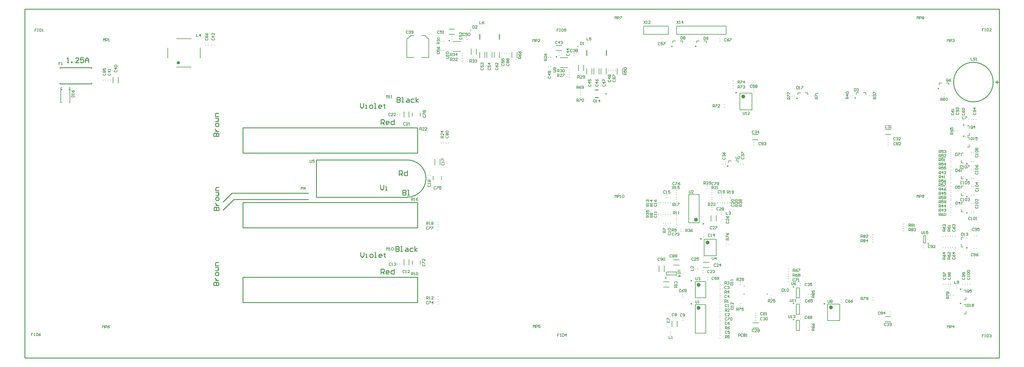
<source format=gto>
G04 Layer_Color=65535*
%FSLAX43Y43*%
%MOMM*%
G71*
G01*
G75*
%ADD34C,0.250*%
%ADD36C,0.150*%
%ADD37C,0.500*%
%ADD38C,0.200*%
%ADD42C,0.254*%
%ADD79C,0.600*%
%ADD80C,0.100*%
D34*
X278225Y35150D02*
G03*
X278225Y35150I-125J0D01*
G01*
X246250Y16675D02*
G03*
X246250Y16675I-125J0D01*
G01*
X236751Y21850D02*
G03*
X236751Y21850I-125J0D01*
G01*
X216455Y59095D02*
G03*
X216455Y59095I-125J0D01*
G01*
X219075Y81725D02*
G03*
X219075Y81725I-125J0D01*
G01*
X208950Y41315D02*
G03*
X208950Y41315I-125J0D01*
G01*
X205300Y23780D02*
G03*
X205300Y23780I-125J0D01*
G01*
X130800Y97775D02*
G03*
X130800Y97775I-125J0D01*
G01*
X197425Y24625D02*
G03*
X197425Y24625I-125J0D01*
G01*
X236750Y11800D02*
G03*
X236750Y11800I-125J0D01*
G01*
Y16800D02*
G03*
X236750Y16800I-125J0D01*
G01*
X288150Y21200D02*
G03*
X288150Y21200I-125J0D01*
G01*
Y16800D02*
G03*
X288150Y16800I-125J0D01*
G01*
X237825Y80025D02*
G03*
X237825Y80025I-125J0D01*
G01*
X281325Y83025D02*
G03*
X281325Y83025I-125J0D01*
G01*
X289150Y68300D02*
G03*
X289150Y68300I-125J0D01*
G01*
Y71800D02*
G03*
X289150Y71800I-125J0D01*
G01*
X290100Y33900D02*
G03*
X290100Y33900I-125J0D01*
G01*
X255725Y80125D02*
G03*
X255725Y80125I-125J0D01*
G01*
X290100Y44700D02*
G03*
X290100Y44700I-125J0D01*
G01*
Y49700D02*
G03*
X290100Y49700I-125J0D01*
G01*
Y54900D02*
G03*
X290100Y54900I-125J0D01*
G01*
Y59800D02*
G03*
X290100Y59800I-125J0D01*
G01*
X199325Y96025D02*
G03*
X199325Y96025I-125J0D01*
G01*
X206625D02*
G03*
X206625Y96025I-125J0D01*
G01*
X205300Y16685D02*
G03*
X205300Y16685I-125J0D01*
G01*
X208250Y36675D02*
G03*
X208250Y36675I-125J0D01*
G01*
X163800Y92775D02*
G03*
X163800Y92775I-125J0D01*
G01*
X299250Y84500D02*
Y85500D01*
X298750Y85000D02*
X299750D01*
X175500Y80200D02*
X176500D01*
X175500Y82600D02*
X176500D01*
X69250Y50800D02*
X87250D01*
X69250Y48800D02*
X87250D01*
X61000Y48100D02*
X63700Y50800D01*
X69250D01*
X61000Y45500D02*
X64300Y48800D01*
X69250D01*
D36*
X52900Y99800D02*
Y99000D01*
X53433D01*
X54100D02*
Y99800D01*
X53700Y99400D01*
X54233D01*
X276000Y39000D02*
Y38333D01*
X276133Y38200D01*
X276400D01*
X276533Y38333D01*
Y39000D01*
X276800Y38200D02*
X277066D01*
X276933D01*
Y39000D01*
X276800Y38866D01*
X277999Y39000D02*
X277466D01*
Y38600D01*
X277733Y38733D01*
X277866D01*
X277999Y38600D01*
Y38333D01*
X277866Y38200D01*
X277599D01*
X277466Y38333D01*
X247200Y17800D02*
Y17133D01*
X247333Y17000D01*
X247600D01*
X247733Y17133D01*
Y17800D01*
X248000Y17666D02*
X248133Y17800D01*
X248400D01*
X248533Y17666D01*
Y17533D01*
X248400Y17400D01*
X248533Y17267D01*
Y17133D01*
X248400Y17000D01*
X248133D01*
X248000Y17133D01*
Y17267D01*
X248133Y17400D01*
X248000Y17533D01*
Y17666D01*
X248133Y17400D02*
X248400D01*
X140016Y103714D02*
Y102915D01*
X140550D01*
X141349Y103714D02*
X141083Y103581D01*
X140816Y103314D01*
Y103048D01*
X140949Y102915D01*
X141216D01*
X141349Y103048D01*
Y103181D01*
X141216Y103314D01*
X140816D01*
X236000Y23300D02*
Y22633D01*
X236133Y22500D01*
X236400D01*
X236533Y22633D01*
Y23300D01*
X237333D02*
X237066Y23166D01*
X236800Y22900D01*
Y22633D01*
X236933Y22500D01*
X237200D01*
X237333Y22633D01*
Y22767D01*
X237200Y22900D01*
X236800D01*
X218900Y62000D02*
Y61333D01*
X219033Y61200D01*
X219300D01*
X219433Y61333D01*
Y62000D01*
X219700D02*
X220233D01*
Y61866D01*
X219700Y61333D01*
Y61200D01*
X137900Y102400D02*
Y101600D01*
X138300D01*
X138433Y101733D01*
Y102266D01*
X138300Y102400D01*
X137900D01*
X139233Y101600D02*
X138700D01*
X139233Y102133D01*
Y102266D01*
X139100Y102400D01*
X138833D01*
X138700Y102266D01*
X217300Y15000D02*
X218100D01*
Y15400D01*
X217967Y15533D01*
X217434D01*
X217300Y15400D01*
Y15000D01*
X218100Y15800D02*
Y16066D01*
Y15933D01*
X217300D01*
X217434Y15800D01*
X218100Y16999D02*
Y16466D01*
X217567Y16999D01*
X217434D01*
X217300Y16866D01*
Y16599D01*
X217434Y16466D01*
X14400Y80400D02*
X15200D01*
Y80800D01*
X15067Y80933D01*
X14534D01*
X14400Y80800D01*
Y80400D01*
X15200Y81200D02*
Y81466D01*
Y81333D01*
X14400D01*
X14534Y81200D01*
X14400Y82399D02*
X14534Y82133D01*
X14800Y81866D01*
X15067D01*
X15200Y81999D01*
Y82266D01*
X15067Y82399D01*
X14933D01*
X14800Y82266D01*
Y81866D01*
X257400Y35700D02*
Y36500D01*
X257800D01*
X257933Y36366D01*
Y36100D01*
X257800Y35967D01*
X257400D01*
X257667D02*
X257933Y35700D01*
X258200Y36366D02*
X258333Y36500D01*
X258600D01*
X258733Y36366D01*
Y36233D01*
X258600Y36100D01*
X258733Y35967D01*
Y35833D01*
X258600Y35700D01*
X258333D01*
X258200Y35833D01*
Y35967D01*
X258333Y36100D01*
X258200Y36233D01*
Y36366D01*
X258333Y36100D02*
X258600D01*
X259399Y35700D02*
Y36500D01*
X258999Y36100D01*
X259533D01*
X111300Y80100D02*
Y80900D01*
X111567Y80633D01*
X111833Y80900D01*
Y80100D01*
X112100D02*
X112366D01*
X112233D01*
Y80900D01*
X112100Y80766D01*
X112766Y80100D02*
X113033D01*
X112899D01*
Y80900D01*
X112766Y80766D01*
X221100Y75800D02*
Y75133D01*
X221233Y75000D01*
X221500D01*
X221633Y75133D01*
Y75800D01*
X221900Y75000D02*
X222166D01*
X222033D01*
Y75800D01*
X221900Y75666D01*
X223099Y75000D02*
X222566D01*
X223099Y75533D01*
Y75666D01*
X222966Y75800D01*
X222699D01*
X222566Y75666D01*
X10979Y91083D02*
X10446D01*
Y90683D01*
X10713D01*
X10446D01*
Y90283D01*
X11246D02*
X11513D01*
X11379D01*
Y91083D01*
X11246Y90949D01*
X121600Y70200D02*
Y71000D01*
X122000D01*
X122133Y70866D01*
Y70600D01*
X122000Y70467D01*
X121600D01*
X121867D02*
X122133Y70200D01*
X122933D02*
X122400D01*
X122933Y70733D01*
Y70866D01*
X122800Y71000D01*
X122533D01*
X122400Y70866D01*
X123733Y70200D02*
X123199D01*
X123733Y70733D01*
Y70866D01*
X123599Y71000D01*
X123333D01*
X123199Y70866D01*
X215900Y45000D02*
Y44200D01*
X216433D01*
X216700Y44866D02*
X216833Y45000D01*
X217100D01*
X217233Y44866D01*
Y44733D01*
X217100Y44600D01*
X216966D01*
X217100D01*
X217233Y44467D01*
Y44333D01*
X217100Y44200D01*
X216833D01*
X216700Y44333D01*
X117933Y100666D02*
X117800Y100800D01*
X117533D01*
X117400Y100666D01*
Y100133D01*
X117533Y100000D01*
X117800D01*
X117933Y100133D01*
X118200Y100666D02*
X118333Y100800D01*
X118600D01*
X118733Y100666D01*
Y100533D01*
X118600Y100400D01*
X118466D01*
X118600D01*
X118733Y100267D01*
Y100133D01*
X118600Y100000D01*
X118333D01*
X118200Y100133D01*
X118999D02*
X119133Y100000D01*
X119399D01*
X119533Y100133D01*
Y100666D01*
X119399Y100800D01*
X119133D01*
X118999Y100666D01*
Y100533D01*
X119133Y100400D01*
X119533D01*
X190537Y103840D02*
X191070Y103040D01*
Y103840D02*
X190537Y103040D01*
X191337D02*
X191603D01*
X191470D01*
Y103840D01*
X191337Y103707D01*
X192536Y103040D02*
X192003D01*
X192536Y103574D01*
Y103707D01*
X192403Y103840D01*
X192136D01*
X192003Y103707D01*
X295233Y7200D02*
X294700D01*
Y6800D01*
X294967D01*
X294700D01*
Y6400D01*
X295500Y7200D02*
X295766D01*
X295633D01*
Y6400D01*
X295500D01*
X295766D01*
X296166Y7200D02*
Y6400D01*
X296566D01*
X296699Y6533D01*
Y7066D01*
X296566Y7200D01*
X296166D01*
X296966Y7066D02*
X297099Y7200D01*
X297366D01*
X297499Y7066D01*
Y6933D01*
X297366Y6800D01*
X297233D01*
X297366D01*
X297499Y6667D01*
Y6533D01*
X297366Y6400D01*
X297099D01*
X296966Y6533D01*
X204500Y51600D02*
Y50933D01*
X204633Y50800D01*
X204900D01*
X205033Y50933D01*
Y51600D01*
X205833Y50800D02*
X205300D01*
X205833Y51333D01*
Y51466D01*
X205700Y51600D01*
X205433D01*
X205300Y51466D01*
X206500Y24800D02*
Y24133D01*
X206633Y24000D01*
X206900D01*
X207033Y24133D01*
Y24800D01*
X207300Y24666D02*
X207433Y24800D01*
X207700D01*
X207833Y24666D01*
Y24533D01*
X207700Y24400D01*
X207566D01*
X207700D01*
X207833Y24267D01*
Y24133D01*
X207700Y24000D01*
X207433D01*
X207300Y24133D01*
X122534Y28833D02*
X122400Y28700D01*
Y28433D01*
X122534Y28300D01*
X123067D01*
X123200Y28433D01*
Y28700D01*
X123067Y28833D01*
X122400Y29100D02*
Y29633D01*
X122534D01*
X123067Y29100D01*
X123200D01*
Y30433D02*
Y29899D01*
X122667Y30433D01*
X122534D01*
X122400Y30299D01*
Y30033D01*
X122534Y29899D01*
X145034Y89333D02*
X144900Y89200D01*
Y88933D01*
X145034Y88800D01*
X145567D01*
X145700Y88933D01*
Y89200D01*
X145567Y89333D01*
X144900Y90133D02*
X145034Y89866D01*
X145300Y89600D01*
X145567D01*
X145700Y89733D01*
Y90000D01*
X145567Y90133D01*
X145433D01*
X145300Y90000D01*
Y89600D01*
X145700Y90933D02*
Y90399D01*
X145167Y90933D01*
X145034D01*
X144900Y90799D01*
Y90533D01*
X145034Y90399D01*
X253233Y17766D02*
X253100Y17900D01*
X252833D01*
X252700Y17766D01*
Y17233D01*
X252833Y17100D01*
X253100D01*
X253233Y17233D01*
X254033Y17900D02*
X253766Y17766D01*
X253500Y17500D01*
Y17233D01*
X253633Y17100D01*
X253900D01*
X254033Y17233D01*
Y17367D01*
X253900Y17500D01*
X253500D01*
X254833Y17900D02*
X254566Y17766D01*
X254299Y17500D01*
Y17233D01*
X254433Y17100D01*
X254699D01*
X254833Y17233D01*
Y17367D01*
X254699Y17500D01*
X254299D01*
X291200Y92500D02*
Y91700D01*
X291733D01*
X292533Y92366D02*
X292400Y92500D01*
X292133D01*
X292000Y92366D01*
Y92233D01*
X292133Y92100D01*
X292400D01*
X292533Y91967D01*
Y91833D01*
X292400Y91700D01*
X292133D01*
X292000Y91833D01*
X292799Y91700D02*
X293066D01*
X292933D01*
Y92500D01*
X292799Y92366D01*
X175100Y79600D02*
Y78800D01*
X175500D01*
X175633Y78933D01*
Y79466D01*
X175500Y79600D01*
X175100D01*
X175900Y78800D02*
X176166D01*
X176033D01*
Y79600D01*
X175900Y79466D01*
X176966Y78800D02*
Y79600D01*
X176566Y79200D01*
X177099D01*
X87800Y61000D02*
Y60333D01*
X87933Y60200D01*
X88200D01*
X88333Y60333D01*
Y61000D01*
X89133D02*
X88600D01*
Y60600D01*
X88866Y60733D01*
X89000D01*
X89133Y60600D01*
Y60333D01*
X89000Y60200D01*
X88733D01*
X88600Y60333D01*
X24200Y97600D02*
Y98400D01*
X24467Y98133D01*
X24733Y98400D01*
Y97600D01*
X25000D02*
Y98400D01*
X25400D01*
X25533Y98266D01*
Y98000D01*
X25400Y97867D01*
X25000D01*
X25799Y97600D02*
X26066D01*
X25933D01*
Y98400D01*
X25799Y98266D01*
X181647Y104412D02*
Y105212D01*
X181913Y104945D01*
X182180Y105212D01*
Y104412D01*
X182447D02*
Y105212D01*
X182846D01*
X182980Y105078D01*
Y104812D01*
X182846Y104679D01*
X182447D01*
X183246Y105212D02*
X183779D01*
Y105078D01*
X183246Y104545D01*
Y104412D01*
X85100Y51800D02*
Y52600D01*
X85367Y52333D01*
X85633Y52600D01*
Y51800D01*
X86300D02*
Y52600D01*
X85900Y52200D01*
X86433D01*
X152800Y92300D02*
X152000D01*
Y92700D01*
X152134Y92833D01*
X152400D01*
X152533Y92700D01*
Y92300D01*
Y92567D02*
X152800Y92833D01*
X152000Y93633D02*
X152134Y93366D01*
X152400Y93100D01*
X152667D01*
X152800Y93233D01*
Y93500D01*
X152667Y93633D01*
X152533D01*
X152400Y93500D01*
Y93100D01*
X152000Y94433D02*
X152134Y94166D01*
X152400Y93899D01*
X152667D01*
X152800Y94033D01*
Y94299D01*
X152667Y94433D01*
X152533D01*
X152400Y94299D01*
Y93899D01*
X129700Y92300D02*
X130367D01*
X130500Y92433D01*
Y92700D01*
X130367Y92833D01*
X129700D01*
X130500Y93100D02*
Y93366D01*
Y93233D01*
X129700D01*
X129834Y93100D01*
Y93766D02*
X129700Y93899D01*
Y94166D01*
X129834Y94299D01*
X130367D01*
X130500Y94166D01*
Y93899D01*
X130367Y93766D01*
X129834D01*
X201850Y26999D02*
X201183D01*
X201050Y26866D01*
Y26599D01*
X201183Y26466D01*
X201850D01*
X201050Y26200D02*
Y25933D01*
Y26066D01*
X201850D01*
X201717Y26200D01*
X201050Y25133D02*
X201850D01*
X201450Y25533D01*
Y25000D01*
X235100Y13100D02*
Y12433D01*
X235233Y12300D01*
X235500D01*
X235633Y12433D01*
Y13100D01*
X235900Y12300D02*
X236166D01*
X236033D01*
Y13100D01*
X235900Y12966D01*
X236566D02*
X236699Y13100D01*
X236966D01*
X237099Y12966D01*
Y12833D01*
X236966Y12700D01*
X236833D01*
X236966D01*
X237099Y12567D01*
Y12433D01*
X236966Y12300D01*
X236699D01*
X236566Y12433D01*
X235600Y18100D02*
Y17433D01*
X235733Y17300D01*
X236000D01*
X236133Y17433D01*
Y18100D01*
X236400Y17300D02*
X236666D01*
X236533D01*
Y18100D01*
X236400Y17966D01*
X237066Y17300D02*
X237333D01*
X237199D01*
Y18100D01*
X237066Y17966D01*
X243100Y8400D02*
X242300D01*
Y8800D01*
X242434Y8933D01*
X242700D01*
X242833Y8800D01*
Y8400D01*
Y8667D02*
X243100Y8933D01*
X242434Y9200D02*
X242300Y9333D01*
Y9600D01*
X242434Y9733D01*
X242567D01*
X242700Y9600D01*
X242833Y9733D01*
X242967D01*
X243100Y9600D01*
Y9333D01*
X242967Y9200D01*
X242833D01*
X242700Y9333D01*
X242567Y9200D01*
X242434D01*
X242700Y9333D02*
Y9600D01*
X242300Y10533D02*
X242434Y10266D01*
X242700Y9999D01*
X242967D01*
X243100Y10133D01*
Y10399D01*
X242967Y10533D01*
X242833D01*
X242700Y10399D01*
Y9999D01*
X243100Y18600D02*
X242300D01*
Y19000D01*
X242434Y19133D01*
X242700D01*
X242833Y19000D01*
Y18600D01*
Y18867D02*
X243100Y19133D01*
X242434Y19400D02*
X242300Y19533D01*
Y19800D01*
X242434Y19933D01*
X242567D01*
X242700Y19800D01*
X242833Y19933D01*
X242967D01*
X243100Y19800D01*
Y19533D01*
X242967Y19400D01*
X242833D01*
X242700Y19533D01*
X242567Y19400D01*
X242434D01*
X242700Y19533D02*
Y19800D01*
X242300Y20733D02*
Y20199D01*
X242700D01*
X242567Y20466D01*
Y20599D01*
X242700Y20733D01*
X242967D01*
X243100Y20599D01*
Y20333D01*
X242967Y20199D01*
X281900Y79300D02*
Y80100D01*
X282300D01*
X282433Y79966D01*
Y79700D01*
X282300Y79567D01*
X281900D01*
X282167D02*
X282433Y79300D01*
X282700Y79966D02*
X282833Y80100D01*
X283100D01*
X283233Y79966D01*
Y79833D01*
X283100Y79700D01*
X283233Y79567D01*
Y79433D01*
X283100Y79300D01*
X282833D01*
X282700Y79433D01*
Y79567D01*
X282833Y79700D01*
X282700Y79833D01*
Y79966D01*
X282833Y79700D02*
X283100D01*
X283499Y79966D02*
X283633Y80100D01*
X283899D01*
X284033Y79966D01*
Y79433D01*
X283899Y79300D01*
X283633D01*
X283499Y79433D01*
Y79966D01*
X244100Y79800D02*
X243300D01*
Y80200D01*
X243434Y80333D01*
X243700D01*
X243833Y80200D01*
Y79800D01*
Y80067D02*
X244100Y80333D01*
X243300Y80600D02*
Y81133D01*
X243434D01*
X243967Y80600D01*
X244100D01*
Y81399D02*
Y81666D01*
Y81533D01*
X243300D01*
X243434Y81399D01*
X290633Y20333D02*
Y20866D01*
X290500Y21000D01*
X290233D01*
X290100Y20866D01*
Y20333D01*
X290233Y20200D01*
X290500D01*
X290367Y20467D02*
X290633Y20200D01*
X290500D02*
X290633Y20333D01*
X291433Y21000D02*
X290900D01*
Y20600D01*
X291166Y20733D01*
X291300D01*
X291433Y20600D01*
Y20333D01*
X291300Y20200D01*
X291033D01*
X290900Y20333D01*
X286200Y23700D02*
Y22900D01*
X286733D01*
X287000Y23566D02*
X287133Y23700D01*
X287400D01*
X287533Y23566D01*
Y23433D01*
X287400Y23300D01*
X287533Y23167D01*
Y23033D01*
X287400Y22900D01*
X287133D01*
X287000Y23033D01*
Y23167D01*
X287133Y23300D01*
X287000Y23433D01*
Y23566D01*
X287133Y23300D02*
X287400D01*
X290100Y16600D02*
Y15800D01*
X290500D01*
X290633Y15933D01*
Y16466D01*
X290500Y16600D01*
X290100D01*
X290900Y15800D02*
X291166D01*
X291033D01*
Y16600D01*
X290900Y16466D01*
X291566D02*
X291699Y16600D01*
X291966D01*
X292099Y16466D01*
Y16333D01*
X291966Y16200D01*
X292099Y16067D01*
Y15933D01*
X291966Y15800D01*
X291699D01*
X291566Y15933D01*
Y16067D01*
X291699Y16200D01*
X291566Y16333D01*
Y16466D01*
X291699Y16200D02*
X291966D01*
X237600Y83700D02*
Y82900D01*
X238000D01*
X238133Y83033D01*
Y83566D01*
X238000Y83700D01*
X237600D01*
X238400Y82900D02*
X238666D01*
X238533D01*
Y83700D01*
X238400Y83566D01*
X239066Y83700D02*
X239599D01*
Y83566D01*
X239066Y83033D01*
Y82900D01*
X292734Y62433D02*
X292600Y62300D01*
Y62033D01*
X292734Y61900D01*
X293267D01*
X293400Y62033D01*
Y62300D01*
X293267Y62433D01*
X293400Y62700D02*
Y62966D01*
Y62833D01*
X292600D01*
X292734Y62700D01*
Y63366D02*
X292600Y63499D01*
Y63766D01*
X292734Y63899D01*
X293267D01*
X293400Y63766D01*
Y63499D01*
X293267Y63366D01*
X292734D01*
Y64166D02*
X292600Y64299D01*
Y64566D01*
X292734Y64699D01*
X292867D01*
X293000Y64566D01*
X293133Y64699D01*
X293267D01*
X293400Y64566D01*
Y64299D01*
X293267Y64166D01*
X293133D01*
X293000Y64299D01*
X292867Y64166D01*
X292734D01*
X293000Y64299D02*
Y64566D01*
X288433Y59166D02*
X288300Y59300D01*
X288033D01*
X287900Y59166D01*
Y58633D01*
X288033Y58500D01*
X288300D01*
X288433Y58633D01*
X288700Y58500D02*
X288966D01*
X288833D01*
Y59300D01*
X288700Y59166D01*
X289366D02*
X289499Y59300D01*
X289766D01*
X289899Y59166D01*
Y58633D01*
X289766Y58500D01*
X289499D01*
X289366Y58633D01*
Y59166D01*
X290166Y59300D02*
X290699D01*
Y59166D01*
X290166Y58633D01*
Y58500D01*
X292734Y57133D02*
X292600Y57000D01*
Y56733D01*
X292734Y56600D01*
X293267D01*
X293400Y56733D01*
Y57000D01*
X293267Y57133D01*
X293400Y57400D02*
Y57666D01*
Y57533D01*
X292600D01*
X292734Y57400D01*
Y58066D02*
X292600Y58199D01*
Y58466D01*
X292734Y58599D01*
X293267D01*
X293400Y58466D01*
Y58199D01*
X293267Y58066D01*
X292734D01*
X292600Y59399D02*
X292734Y59133D01*
X293000Y58866D01*
X293267D01*
X293400Y58999D01*
Y59266D01*
X293267Y59399D01*
X293133D01*
X293000Y59266D01*
Y58866D01*
X288533Y54266D02*
X288400Y54400D01*
X288133D01*
X288000Y54266D01*
Y53733D01*
X288133Y53600D01*
X288400D01*
X288533Y53733D01*
X288800Y53600D02*
X289066D01*
X288933D01*
Y54400D01*
X288800Y54266D01*
X289466D02*
X289599Y54400D01*
X289866D01*
X289999Y54266D01*
Y53733D01*
X289866Y53600D01*
X289599D01*
X289466Y53733D01*
Y54266D01*
X290799Y54400D02*
X290266D01*
Y54000D01*
X290533Y54133D01*
X290666D01*
X290799Y54000D01*
Y53733D01*
X290666Y53600D01*
X290399D01*
X290266Y53733D01*
X292834Y51833D02*
X292700Y51700D01*
Y51433D01*
X292834Y51300D01*
X293367D01*
X293500Y51433D01*
Y51700D01*
X293367Y51833D01*
X293500Y52100D02*
Y52366D01*
Y52233D01*
X292700D01*
X292834Y52100D01*
Y52766D02*
X292700Y52899D01*
Y53166D01*
X292834Y53299D01*
X293367D01*
X293500Y53166D01*
Y52899D01*
X293367Y52766D01*
X292834D01*
X293500Y53966D02*
X292700D01*
X293100Y53566D01*
Y54099D01*
X288533Y49066D02*
X288400Y49200D01*
X288133D01*
X288000Y49066D01*
Y48533D01*
X288133Y48400D01*
X288400D01*
X288533Y48533D01*
X288800Y48400D02*
X289066D01*
X288933D01*
Y49200D01*
X288800Y49066D01*
X289466D02*
X289599Y49200D01*
X289866D01*
X289999Y49066D01*
Y48533D01*
X289866Y48400D01*
X289599D01*
X289466Y48533D01*
Y49066D01*
X290266D02*
X290399Y49200D01*
X290666D01*
X290799Y49066D01*
Y48933D01*
X290666Y48800D01*
X290533D01*
X290666D01*
X290799Y48667D01*
Y48533D01*
X290666Y48400D01*
X290399D01*
X290266Y48533D01*
X292734Y46633D02*
X292600Y46500D01*
Y46233D01*
X292734Y46100D01*
X293267D01*
X293400Y46233D01*
Y46500D01*
X293267Y46633D01*
X293400Y46900D02*
Y47166D01*
Y47033D01*
X292600D01*
X292734Y46900D01*
Y47566D02*
X292600Y47699D01*
Y47966D01*
X292734Y48099D01*
X293267D01*
X293400Y47966D01*
Y47699D01*
X293267Y47566D01*
X292734D01*
X293400Y48899D02*
Y48366D01*
X292867Y48899D01*
X292734D01*
X292600Y48766D01*
Y48499D01*
X292734Y48366D01*
X291033Y43266D02*
X290900Y43400D01*
X290633D01*
X290500Y43266D01*
Y42733D01*
X290633Y42600D01*
X290900D01*
X291033Y42733D01*
X291300Y42600D02*
X291566D01*
X291433D01*
Y43400D01*
X291300Y43266D01*
X291966D02*
X292099Y43400D01*
X292366D01*
X292499Y43266D01*
Y42733D01*
X292366Y42600D01*
X292099D01*
X291966Y42733D01*
Y43266D01*
X292766Y42600D02*
X293033D01*
X292899D01*
Y43400D01*
X292766Y43266D01*
X290234Y24733D02*
X290100Y24600D01*
Y24333D01*
X290234Y24200D01*
X290767D01*
X290900Y24333D01*
Y24600D01*
X290767Y24733D01*
X290900Y25000D02*
Y25266D01*
Y25133D01*
X290100D01*
X290234Y25000D01*
Y25666D02*
X290100Y25799D01*
Y26066D01*
X290234Y26199D01*
X290767D01*
X290900Y26066D01*
Y25799D01*
X290767Y25666D01*
X290234D01*
Y26466D02*
X290100Y26599D01*
Y26866D01*
X290234Y26999D01*
X290767D01*
X290900Y26866D01*
Y26599D01*
X290767Y26466D01*
X290234D01*
X288734Y24733D02*
X288600Y24600D01*
Y24333D01*
X288734Y24200D01*
X289267D01*
X289400Y24333D01*
Y24600D01*
X289267Y24733D01*
Y25000D02*
X289400Y25133D01*
Y25400D01*
X289267Y25533D01*
X288734D01*
X288600Y25400D01*
Y25133D01*
X288734Y25000D01*
X288867D01*
X289000Y25133D01*
Y25533D01*
X289267Y25799D02*
X289400Y25933D01*
Y26199D01*
X289267Y26333D01*
X288734D01*
X288600Y26199D01*
Y25933D01*
X288734Y25799D01*
X288867D01*
X289000Y25933D01*
Y26333D01*
X284334Y24733D02*
X284200Y24600D01*
Y24333D01*
X284334Y24200D01*
X284867D01*
X285000Y24333D01*
Y24600D01*
X284867Y24733D01*
Y25000D02*
X285000Y25133D01*
Y25400D01*
X284867Y25533D01*
X284334D01*
X284200Y25400D01*
Y25133D01*
X284334Y25000D01*
X284467D01*
X284600Y25133D01*
Y25533D01*
X284334Y25799D02*
X284200Y25933D01*
Y26199D01*
X284334Y26333D01*
X284467D01*
X284600Y26199D01*
X284733Y26333D01*
X284867D01*
X285000Y26199D01*
Y25933D01*
X284867Y25799D01*
X284733D01*
X284600Y25933D01*
X284467Y25799D01*
X284334D01*
X284600Y25933D02*
Y26199D01*
X282834Y24733D02*
X282700Y24600D01*
Y24333D01*
X282834Y24200D01*
X283367D01*
X283500Y24333D01*
Y24600D01*
X283367Y24733D01*
Y25000D02*
X283500Y25133D01*
Y25400D01*
X283367Y25533D01*
X282834D01*
X282700Y25400D01*
Y25133D01*
X282834Y25000D01*
X282967D01*
X283100Y25133D01*
Y25533D01*
X282700Y25799D02*
Y26333D01*
X282834D01*
X283367Y25799D01*
X283500D01*
X291833Y32066D02*
X291700Y32200D01*
X291433D01*
X291300Y32066D01*
Y31533D01*
X291433Y31400D01*
X291700D01*
X291833Y31533D01*
X292100D02*
X292233Y31400D01*
X292500D01*
X292633Y31533D01*
Y32066D01*
X292500Y32200D01*
X292233D01*
X292100Y32066D01*
Y31933D01*
X292233Y31800D01*
X292633D01*
X293433Y32200D02*
X293166Y32066D01*
X292899Y31800D01*
Y31533D01*
X293033Y31400D01*
X293299D01*
X293433Y31533D01*
Y31667D01*
X293299Y31800D01*
X292899D01*
X292233Y39866D02*
X292100Y40000D01*
X291833D01*
X291700Y39866D01*
Y39333D01*
X291833Y39200D01*
X292100D01*
X292233Y39333D01*
X292500D02*
X292633Y39200D01*
X292900D01*
X293033Y39333D01*
Y39866D01*
X292900Y40000D01*
X292633D01*
X292500Y39866D01*
Y39733D01*
X292633Y39600D01*
X293033D01*
X293833Y40000D02*
X293299D01*
Y39600D01*
X293566Y39733D01*
X293699D01*
X293833Y39600D01*
Y39333D01*
X293699Y39200D01*
X293433D01*
X293299Y39333D01*
X292134Y75533D02*
X292000Y75400D01*
Y75133D01*
X292134Y75000D01*
X292667D01*
X292800Y75133D01*
Y75400D01*
X292667Y75533D01*
Y75800D02*
X292800Y75933D01*
Y76200D01*
X292667Y76333D01*
X292134D01*
X292000Y76200D01*
Y75933D01*
X292134Y75800D01*
X292267D01*
X292400Y75933D01*
Y76333D01*
X292800Y76999D02*
X292000D01*
X292400Y76599D01*
Y77133D01*
X286834Y75533D02*
X286700Y75400D01*
Y75133D01*
X286834Y75000D01*
X287367D01*
X287500Y75133D01*
Y75400D01*
X287367Y75533D01*
Y75800D02*
X287500Y75933D01*
Y76200D01*
X287367Y76333D01*
X286834D01*
X286700Y76200D01*
Y75933D01*
X286834Y75800D01*
X286967D01*
X287100Y75933D01*
Y76333D01*
X286834Y76599D02*
X286700Y76733D01*
Y76999D01*
X286834Y77133D01*
X286967D01*
X287100Y76999D01*
Y76866D01*
Y76999D01*
X287233Y77133D01*
X287367D01*
X287500Y76999D01*
Y76733D01*
X287367Y76599D01*
X278633Y34566D02*
X278500Y34700D01*
X278233D01*
X278100Y34566D01*
Y34033D01*
X278233Y33900D01*
X278500D01*
X278633Y34033D01*
X278900D02*
X279033Y33900D01*
X279300D01*
X279433Y34033D01*
Y34566D01*
X279300Y34700D01*
X279033D01*
X278900Y34566D01*
Y34433D01*
X279033Y34300D01*
X279433D01*
X280233Y33900D02*
X279699D01*
X280233Y34433D01*
Y34566D01*
X280099Y34700D01*
X279833D01*
X279699Y34566D01*
X200666Y22967D02*
X200800Y23100D01*
Y23367D01*
X200666Y23500D01*
X200133D01*
X200000Y23367D01*
Y23100D01*
X200133Y22967D01*
Y22700D02*
X200000Y22567D01*
Y22300D01*
X200133Y22167D01*
X200666D01*
X200800Y22300D01*
Y22567D01*
X200666Y22700D01*
X200533D01*
X200400Y22567D01*
Y22167D01*
X200000Y21901D02*
Y21634D01*
Y21767D01*
X200800D01*
X200666Y21901D01*
X195433Y30666D02*
X195300Y30800D01*
X195033D01*
X194900Y30666D01*
Y30133D01*
X195033Y30000D01*
X195300D01*
X195433Y30133D01*
X195700D02*
X195833Y30000D01*
X196100D01*
X196233Y30133D01*
Y30666D01*
X196100Y30800D01*
X195833D01*
X195700Y30666D01*
Y30533D01*
X195833Y30400D01*
X196233D01*
X196499Y30666D02*
X196633Y30800D01*
X196899D01*
X197033Y30666D01*
Y30133D01*
X196899Y30000D01*
X196633D01*
X196499Y30133D01*
Y30666D01*
X199092Y31676D02*
X198958Y31809D01*
X198692D01*
X198558Y31676D01*
Y31143D01*
X198692Y31009D01*
X198958D01*
X199092Y31143D01*
X199358Y31676D02*
X199491Y31809D01*
X199758D01*
X199891Y31676D01*
Y31543D01*
X199758Y31409D01*
X199891Y31276D01*
Y31143D01*
X199758Y31009D01*
X199491D01*
X199358Y31143D01*
Y31276D01*
X199491Y31409D01*
X199358Y31543D01*
Y31676D01*
X199491Y31409D02*
X199758D01*
X200158Y31143D02*
X200291Y31009D01*
X200558D01*
X200691Y31143D01*
Y31676D01*
X200558Y31809D01*
X200291D01*
X200158Y31676D01*
Y31543D01*
X200291Y31409D01*
X200691D01*
X148434Y90633D02*
X148300Y90500D01*
Y90233D01*
X148434Y90100D01*
X148967D01*
X149100Y90233D01*
Y90500D01*
X148967Y90633D01*
X148434Y90900D02*
X148300Y91033D01*
Y91300D01*
X148434Y91433D01*
X148567D01*
X148700Y91300D01*
X148833Y91433D01*
X148967D01*
X149100Y91300D01*
Y91033D01*
X148967Y90900D01*
X148833D01*
X148700Y91033D01*
X148567Y90900D01*
X148434D01*
X148700Y91033D02*
Y91300D01*
X148434Y91699D02*
X148300Y91833D01*
Y92099D01*
X148434Y92233D01*
X148567D01*
X148700Y92099D01*
X148833Y92233D01*
X148967D01*
X149100Y92099D01*
Y91833D01*
X148967Y91699D01*
X148833D01*
X148700Y91833D01*
X148567Y91699D01*
X148434D01*
X148700Y91833D02*
Y92099D01*
X181134Y85633D02*
X181000Y85500D01*
Y85233D01*
X181134Y85100D01*
X181667D01*
X181800Y85233D01*
Y85500D01*
X181667Y85633D01*
X181134Y85900D02*
X181000Y86033D01*
Y86300D01*
X181134Y86433D01*
X181267D01*
X181400Y86300D01*
X181533Y86433D01*
X181667D01*
X181800Y86300D01*
Y86033D01*
X181667Y85900D01*
X181533D01*
X181400Y86033D01*
X181267Y85900D01*
X181134D01*
X181400Y86033D02*
Y86300D01*
X181000Y86699D02*
Y87233D01*
X181134D01*
X181667Y86699D01*
X181800D01*
X55734Y98433D02*
X55600Y98300D01*
Y98033D01*
X55734Y97900D01*
X56267D01*
X56400Y98033D01*
Y98300D01*
X56267Y98433D01*
X55734Y98700D02*
X55600Y98833D01*
Y99100D01*
X55734Y99233D01*
X55867D01*
X56000Y99100D01*
X56133Y99233D01*
X56267D01*
X56400Y99100D01*
Y98833D01*
X56267Y98700D01*
X56133D01*
X56000Y98833D01*
X55867Y98700D01*
X55734D01*
X56000Y98833D02*
Y99100D01*
X55600Y100033D02*
X55734Y99766D01*
X56000Y99499D01*
X56267D01*
X56400Y99633D01*
Y99899D01*
X56267Y100033D01*
X56133D01*
X56000Y99899D01*
Y99499D01*
X24234Y87633D02*
X24100Y87500D01*
Y87233D01*
X24234Y87100D01*
X24767D01*
X24900Y87233D01*
Y87500D01*
X24767Y87633D01*
X24234Y87900D02*
X24100Y88033D01*
Y88300D01*
X24234Y88433D01*
X24367D01*
X24500Y88300D01*
X24633Y88433D01*
X24767D01*
X24900Y88300D01*
Y88033D01*
X24767Y87900D01*
X24633D01*
X24500Y88033D01*
X24367Y87900D01*
X24234D01*
X24500Y88033D02*
Y88300D01*
X24100Y89233D02*
Y88699D01*
X24500D01*
X24367Y88966D01*
Y89099D01*
X24500Y89233D01*
X24767D01*
X24900Y89099D01*
Y88833D01*
X24767Y88699D01*
X263233Y14066D02*
X263100Y14200D01*
X262833D01*
X262700Y14066D01*
Y13533D01*
X262833Y13400D01*
X263100D01*
X263233Y13533D01*
X263500Y14066D02*
X263633Y14200D01*
X263900D01*
X264033Y14066D01*
Y13933D01*
X263900Y13800D01*
X264033Y13667D01*
Y13533D01*
X263900Y13400D01*
X263633D01*
X263500Y13533D01*
Y13667D01*
X263633Y13800D01*
X263500Y13933D01*
Y14066D01*
X263633Y13800D02*
X263900D01*
X264699Y13400D02*
Y14200D01*
X264299Y13800D01*
X264833D01*
X226533Y66266D02*
X226400Y66400D01*
X226133D01*
X226000Y66266D01*
Y65733D01*
X226133Y65600D01*
X226400D01*
X226533Y65733D01*
X226800Y66266D02*
X226933Y66400D01*
X227200D01*
X227333Y66266D01*
Y66133D01*
X227200Y66000D01*
X227333Y65867D01*
Y65733D01*
X227200Y65600D01*
X226933D01*
X226800Y65733D01*
Y65867D01*
X226933Y66000D01*
X226800Y66133D01*
Y66266D01*
X226933Y66000D02*
X227200D01*
X227599Y66266D02*
X227733Y66400D01*
X227999D01*
X228133Y66266D01*
Y66133D01*
X227999Y66000D01*
X227866D01*
X227999D01*
X228133Y65867D01*
Y65733D01*
X227999Y65600D01*
X227733D01*
X227599Y65733D01*
X268033Y66266D02*
X267900Y66400D01*
X267633D01*
X267500Y66266D01*
Y65733D01*
X267633Y65600D01*
X267900D01*
X268033Y65733D01*
X268300Y66266D02*
X268433Y66400D01*
X268700D01*
X268833Y66266D01*
Y66133D01*
X268700Y66000D01*
X268833Y65867D01*
Y65733D01*
X268700Y65600D01*
X268433D01*
X268300Y65733D01*
Y65867D01*
X268433Y66000D01*
X268300Y66133D01*
Y66266D01*
X268433Y66000D02*
X268700D01*
X269633Y65600D02*
X269099D01*
X269633Y66133D01*
Y66266D01*
X269499Y66400D01*
X269233D01*
X269099Y66266D01*
X227033Y13866D02*
X226900Y14000D01*
X226633D01*
X226500Y13866D01*
Y13333D01*
X226633Y13200D01*
X226900D01*
X227033Y13333D01*
X227300Y13866D02*
X227433Y14000D01*
X227700D01*
X227833Y13866D01*
Y13733D01*
X227700Y13600D01*
X227833Y13467D01*
Y13333D01*
X227700Y13200D01*
X227433D01*
X227300Y13333D01*
Y13467D01*
X227433Y13600D01*
X227300Y13733D01*
Y13866D01*
X227433Y13600D02*
X227700D01*
X228099Y13200D02*
X228366D01*
X228233D01*
Y14000D01*
X228099Y13866D01*
X129734Y68333D02*
X129600Y68200D01*
Y67933D01*
X129734Y67800D01*
X130267D01*
X130400Y67933D01*
Y68200D01*
X130267Y68333D01*
X129734Y68600D02*
X129600Y68733D01*
Y69000D01*
X129734Y69133D01*
X129867D01*
X130000Y69000D01*
X130133Y69133D01*
X130267D01*
X130400Y69000D01*
Y68733D01*
X130267Y68600D01*
X130133D01*
X130000Y68733D01*
X129867Y68600D01*
X129734D01*
X130000Y68733D02*
Y69000D01*
X129734Y69399D02*
X129600Y69533D01*
Y69799D01*
X129734Y69933D01*
X130267D01*
X130400Y69799D01*
Y69533D01*
X130267Y69399D01*
X129734D01*
X212033Y53966D02*
X211900Y54100D01*
X211633D01*
X211500Y53966D01*
Y53433D01*
X211633Y53300D01*
X211900D01*
X212033Y53433D01*
X212300Y54100D02*
X212833D01*
Y53966D01*
X212300Y53433D01*
Y53300D01*
X213099Y53433D02*
X213233Y53300D01*
X213499D01*
X213633Y53433D01*
Y53966D01*
X213499Y54100D01*
X213233D01*
X213099Y53966D01*
Y53833D01*
X213233Y53700D01*
X213633D01*
X122734Y74633D02*
X122600Y74500D01*
Y74233D01*
X122734Y74100D01*
X123267D01*
X123400Y74233D01*
Y74500D01*
X123267Y74633D01*
X122600Y74900D02*
Y75433D01*
X122734D01*
X123267Y74900D01*
X123400D01*
X122734Y75699D02*
X122600Y75833D01*
Y76099D01*
X122734Y76233D01*
X122867D01*
X123000Y76099D01*
X123133Y76233D01*
X123267D01*
X123400Y76099D01*
Y75833D01*
X123267Y75699D01*
X123133D01*
X123000Y75833D01*
X122867Y75699D01*
X122734D01*
X123000Y75833D02*
Y76099D01*
X124133Y40266D02*
X124000Y40400D01*
X123733D01*
X123600Y40266D01*
Y39733D01*
X123733Y39600D01*
X124000D01*
X124133Y39733D01*
X124400Y40400D02*
X124933D01*
Y40266D01*
X124400Y39733D01*
Y39600D01*
X125199Y40400D02*
X125733D01*
Y40266D01*
X125199Y39733D01*
Y39600D01*
X200033Y53966D02*
X199900Y54100D01*
X199633D01*
X199500Y53966D01*
Y53433D01*
X199633Y53300D01*
X199900D01*
X200033Y53433D01*
X200300Y54100D02*
X200833D01*
Y53966D01*
X200300Y53433D01*
Y53300D01*
X201633Y54100D02*
X201366Y53966D01*
X201099Y53700D01*
Y53433D01*
X201233Y53300D01*
X201499D01*
X201633Y53433D01*
Y53567D01*
X201499Y53700D01*
X201099D01*
X126533Y52666D02*
X126400Y52800D01*
X126133D01*
X126000Y52666D01*
Y52133D01*
X126133Y52000D01*
X126400D01*
X126533Y52133D01*
X126800Y52800D02*
X127333D01*
Y52666D01*
X126800Y52133D01*
Y52000D01*
X128133Y52800D02*
X127599D01*
Y52400D01*
X127866Y52533D01*
X127999D01*
X128133Y52400D01*
Y52133D01*
X127999Y52000D01*
X127733D01*
X127599Y52133D01*
X124133Y17266D02*
X124000Y17400D01*
X123733D01*
X123600Y17266D01*
Y16733D01*
X123733Y16600D01*
X124000D01*
X124133Y16733D01*
X124400Y17400D02*
X124933D01*
Y17266D01*
X124400Y16733D01*
Y16600D01*
X125599D02*
Y17400D01*
X125199Y17000D01*
X125733D01*
X199833Y38366D02*
X199700Y38500D01*
X199433D01*
X199300Y38366D01*
Y37833D01*
X199433Y37700D01*
X199700D01*
X199833Y37833D01*
X200100Y38500D02*
X200633D01*
Y38366D01*
X200100Y37833D01*
Y37700D01*
X200899Y38366D02*
X201033Y38500D01*
X201299D01*
X201433Y38366D01*
Y38233D01*
X201299Y38100D01*
X201166D01*
X201299D01*
X201433Y37967D01*
Y37833D01*
X201299Y37700D01*
X201033D01*
X200899Y37833D01*
X237033Y24266D02*
X236900Y24400D01*
X236633D01*
X236500Y24266D01*
Y23733D01*
X236633Y23600D01*
X236900D01*
X237033Y23733D01*
X237300Y24400D02*
X237833D01*
Y24266D01*
X237300Y23733D01*
Y23600D01*
X238099D02*
X238366D01*
X238233D01*
Y24400D01*
X238099Y24266D01*
X216133Y12266D02*
X216000Y12400D01*
X215733D01*
X215600Y12266D01*
Y11733D01*
X215733Y11600D01*
X216000D01*
X216133Y11733D01*
X216400Y12400D02*
X216933D01*
Y12266D01*
X216400Y11733D01*
Y11600D01*
X217199Y12266D02*
X217333Y12400D01*
X217599D01*
X217733Y12266D01*
Y11733D01*
X217599Y11600D01*
X217333D01*
X217199Y11733D01*
Y12266D01*
X201990Y20976D02*
X201857Y21109D01*
X201590D01*
X201457Y20976D01*
Y20443D01*
X201590Y20309D01*
X201857D01*
X201990Y20443D01*
X202790Y21109D02*
X202523Y20976D01*
X202257Y20709D01*
Y20443D01*
X202390Y20309D01*
X202657D01*
X202790Y20443D01*
Y20576D01*
X202657Y20709D01*
X202257D01*
X203056Y20443D02*
X203190Y20309D01*
X203456D01*
X203590Y20443D01*
Y20976D01*
X203456Y21109D01*
X203190D01*
X203056Y20976D01*
Y20843D01*
X203190Y20709D01*
X203590D01*
X240733Y12766D02*
X240600Y12900D01*
X240333D01*
X240200Y12766D01*
Y12233D01*
X240333Y12100D01*
X240600D01*
X240733Y12233D01*
X241533Y12900D02*
X241266Y12766D01*
X241000Y12500D01*
Y12233D01*
X241133Y12100D01*
X241400D01*
X241533Y12233D01*
Y12367D01*
X241400Y12500D01*
X241000D01*
X241799Y12766D02*
X241933Y12900D01*
X242199D01*
X242333Y12766D01*
Y12633D01*
X242199Y12500D01*
X242333Y12367D01*
Y12233D01*
X242199Y12100D01*
X241933D01*
X241799Y12233D01*
Y12367D01*
X241933Y12500D01*
X241799Y12633D01*
Y12766D01*
X241933Y12500D02*
X242199D01*
X200697Y103840D02*
X201230Y103040D01*
Y103840D02*
X200697Y103040D01*
X201497D02*
X201763D01*
X201630D01*
Y103840D01*
X201497Y103707D01*
X202563Y103040D02*
Y103840D01*
X202163Y103440D01*
X202696D01*
X215933Y98266D02*
X215800Y98400D01*
X215533D01*
X215400Y98266D01*
Y97733D01*
X215533Y97600D01*
X215800D01*
X215933Y97733D01*
X216733Y98400D02*
X216466Y98266D01*
X216200Y98000D01*
Y97733D01*
X216333Y97600D01*
X216600D01*
X216733Y97733D01*
Y97867D01*
X216600Y98000D01*
X216200D01*
X216999Y98400D02*
X217533D01*
Y98266D01*
X216999Y97733D01*
Y97600D01*
X257400Y17900D02*
Y18700D01*
X257800D01*
X257933Y18566D01*
Y18300D01*
X257800Y18167D01*
X257400D01*
X257667D02*
X257933Y17900D01*
X258200Y18700D02*
X258733D01*
Y18566D01*
X258200Y18033D01*
Y17900D01*
X258999Y18033D02*
X259133Y17900D01*
X259399D01*
X259533Y18033D01*
Y18566D01*
X259399Y18700D01*
X259133D01*
X258999Y18566D01*
Y18433D01*
X259133Y18300D01*
X259533D01*
X284496Y18244D02*
X283696D01*
Y18644D01*
X283830Y18778D01*
X284096D01*
X284229Y18644D01*
Y18244D01*
Y18511D02*
X284496Y18778D01*
X283696Y19044D02*
Y19577D01*
X283830D01*
X284363Y19044D01*
X284496D01*
X283830Y19844D02*
X283696Y19977D01*
Y20244D01*
X283830Y20377D01*
X283963D01*
X284096Y20244D01*
X284229Y20377D01*
X284363D01*
X284496Y20244D01*
Y19977D01*
X284363Y19844D01*
X284229D01*
X284096Y19977D01*
X283963Y19844D01*
X283830D01*
X284096Y19977D02*
Y20244D01*
X235600Y79700D02*
X234800D01*
Y80100D01*
X234934Y80233D01*
X235200D01*
X235333Y80100D01*
Y79700D01*
Y79967D02*
X235600Y80233D01*
X234800Y80500D02*
Y81033D01*
X234934D01*
X235467Y80500D01*
X235600D01*
X234800Y81299D02*
Y81833D01*
X234934D01*
X235467Y81299D01*
X235600D01*
X216700Y36300D02*
X215900D01*
Y36700D01*
X216034Y36833D01*
X216300D01*
X216433Y36700D01*
Y36300D01*
Y36567D02*
X216700Y36833D01*
X215900Y37100D02*
Y37633D01*
X216034D01*
X216567Y37100D01*
X216700D01*
X215900Y38433D02*
X216034Y38166D01*
X216300Y37899D01*
X216567D01*
X216700Y38033D01*
Y38299D01*
X216567Y38433D01*
X216433D01*
X216300Y38299D01*
Y37899D01*
X219100Y14600D02*
Y15400D01*
X219500D01*
X219633Y15266D01*
Y15000D01*
X219500Y14867D01*
X219100D01*
X219367D02*
X219633Y14600D01*
X219900Y15400D02*
X220433D01*
Y15266D01*
X219900Y14733D01*
Y14600D01*
X221233Y15400D02*
X220699D01*
Y15000D01*
X220966Y15133D01*
X221099D01*
X221233Y15000D01*
Y14733D01*
X221099Y14600D01*
X220833D01*
X220699Y14733D01*
X219200Y23800D02*
Y24600D01*
X219600D01*
X219733Y24466D01*
Y24200D01*
X219600Y24067D01*
X219200D01*
X219467D02*
X219733Y23800D01*
X220533D02*
X220000D01*
X220533Y24333D01*
Y24466D01*
X220400Y24600D01*
X220133D01*
X220000Y24466D01*
X220799D02*
X220933Y24600D01*
X221199D01*
X221333Y24466D01*
Y24333D01*
X221199Y24200D01*
X221333Y24067D01*
Y23933D01*
X221199Y23800D01*
X220933D01*
X220799Y23933D01*
Y24067D01*
X220933Y24200D01*
X220799Y24333D01*
Y24466D01*
X220933Y24200D02*
X221199D01*
X228800Y17200D02*
Y18000D01*
X229200D01*
X229333Y17866D01*
Y17600D01*
X229200Y17467D01*
X228800D01*
X229067D02*
X229333Y17200D01*
X230133D02*
X229600D01*
X230133Y17733D01*
Y17866D01*
X230000Y18000D01*
X229733D01*
X229600Y17866D01*
X230933Y18000D02*
X230399D01*
Y17600D01*
X230666Y17733D01*
X230799D01*
X230933Y17600D01*
Y17333D01*
X230799Y17200D01*
X230533D01*
X230399Y17333D01*
X284233Y85333D02*
Y85866D01*
X284100Y86000D01*
X283833D01*
X283700Y85866D01*
Y85333D01*
X283833Y85200D01*
X284100D01*
X283967Y85467D02*
X284233Y85200D01*
X284100D02*
X284233Y85333D01*
X285033Y86000D02*
X284766Y85866D01*
X284500Y85600D01*
Y85333D01*
X284633Y85200D01*
X284900D01*
X285033Y85333D01*
Y85467D01*
X284900Y85600D01*
X284500D01*
X2567Y7591D02*
X2034D01*
Y7191D01*
X2301D01*
X2034D01*
Y6791D01*
X2834Y7591D02*
X3100D01*
X2967D01*
Y6791D01*
X2834D01*
X3100D01*
X3500Y7591D02*
Y6791D01*
X3900D01*
X4033Y6924D01*
Y7457D01*
X3900Y7591D01*
X3500D01*
X4833D02*
X4567Y7457D01*
X4300Y7191D01*
Y6924D01*
X4433Y6791D01*
X4700D01*
X4833Y6924D01*
Y7058D01*
X4700Y7191D01*
X4300D01*
X164333Y101400D02*
X163800D01*
Y101000D01*
X164067D01*
X163800D01*
Y100600D01*
X164600Y101400D02*
X164866D01*
X164733D01*
Y100600D01*
X164600D01*
X164866D01*
X165266Y101400D02*
Y100600D01*
X165666D01*
X165799Y100733D01*
Y101266D01*
X165666Y101400D01*
X165266D01*
X166599D02*
X166066D01*
Y101000D01*
X166333Y101133D01*
X166466D01*
X166599Y101000D01*
Y100733D01*
X166466Y100600D01*
X166199D01*
X166066Y100733D01*
X164533Y7400D02*
X164000D01*
Y7000D01*
X164267D01*
X164000D01*
Y6600D01*
X164800Y7400D02*
X165066D01*
X164933D01*
Y6600D01*
X164800D01*
X165066D01*
X165466Y7400D02*
Y6600D01*
X165866D01*
X165999Y6733D01*
Y7266D01*
X165866Y7400D01*
X165466D01*
X166666Y6600D02*
Y7400D01*
X166266Y7000D01*
X166799D01*
X291200Y68000D02*
Y67200D01*
X291600D01*
X291733Y67333D01*
Y67866D01*
X291600Y68000D01*
X291200D01*
X292000Y67200D02*
X292266D01*
X292133D01*
Y68000D01*
X292000Y67866D01*
X293199Y68000D02*
X292666D01*
Y67600D01*
X292933Y67733D01*
X293066D01*
X293199Y67600D01*
Y67333D01*
X293066Y67200D01*
X292799D01*
X292666Y67333D01*
X181647Y49421D02*
Y50221D01*
X181913Y49954D01*
X182180Y50221D01*
Y49421D01*
X182447D02*
Y50221D01*
X182846D01*
X182980Y50087D01*
Y49821D01*
X182846Y49688D01*
X182447D01*
X183246Y49421D02*
X183513D01*
X183380D01*
Y50221D01*
X183246Y50087D01*
X183913D02*
X184046Y50221D01*
X184313D01*
X184446Y50087D01*
Y49554D01*
X184313Y49421D01*
X184046D01*
X183913Y49554D01*
Y50087D01*
X274636Y49421D02*
Y50221D01*
X274903Y49954D01*
X275169Y50221D01*
Y49421D01*
X275436D02*
Y50221D01*
X275836D01*
X275969Y50087D01*
Y49821D01*
X275836Y49688D01*
X275436D01*
X276236Y49554D02*
X276369Y49421D01*
X276636D01*
X276769Y49554D01*
Y50087D01*
X276636Y50221D01*
X276369D01*
X276236Y50087D01*
Y49954D01*
X276369Y49821D01*
X276769D01*
X274636Y104412D02*
Y105212D01*
X274903Y104945D01*
X275169Y105212D01*
Y104412D01*
X275436D02*
Y105212D01*
X275836D01*
X275969Y105078D01*
Y104812D01*
X275836Y104679D01*
X275436D01*
X276236Y105078D02*
X276369Y105212D01*
X276636D01*
X276769Y105078D01*
Y104945D01*
X276636Y104812D01*
X276769Y104679D01*
Y104545D01*
X276636Y104412D01*
X276369D01*
X276236Y104545D01*
Y104679D01*
X276369Y104812D01*
X276236Y104945D01*
Y105078D01*
X276369Y104812D02*
X276636D01*
X23900Y9200D02*
Y10000D01*
X24167Y9733D01*
X24433Y10000D01*
Y9200D01*
X24700D02*
Y10000D01*
X25100D01*
X25233Y9866D01*
Y9600D01*
X25100Y9467D01*
X24700D01*
X26033Y10000D02*
X25766Y9866D01*
X25499Y9600D01*
Y9333D01*
X25633Y9200D01*
X25899D01*
X26033Y9333D01*
Y9467D01*
X25899Y9600D01*
X25499D01*
X156500Y9300D02*
Y10100D01*
X156767Y9833D01*
X157033Y10100D01*
Y9300D01*
X157300D02*
Y10100D01*
X157700D01*
X157833Y9966D01*
Y9700D01*
X157700Y9567D01*
X157300D01*
X158633Y10100D02*
X158099D01*
Y9700D01*
X158366Y9833D01*
X158499D01*
X158633Y9700D01*
Y9433D01*
X158499Y9300D01*
X158233D01*
X158099Y9433D01*
X284000Y9200D02*
Y10000D01*
X284267Y9733D01*
X284533Y10000D01*
Y9200D01*
X284800D02*
Y10000D01*
X285200D01*
X285333Y9866D01*
Y9600D01*
X285200Y9467D01*
X284800D01*
X285999Y9200D02*
Y10000D01*
X285599Y9600D01*
X286133D01*
X284000Y97400D02*
Y98200D01*
X284267Y97933D01*
X284533Y98200D01*
Y97400D01*
X284800D02*
Y98200D01*
X285200D01*
X285333Y98066D01*
Y97800D01*
X285200Y97667D01*
X284800D01*
X285599Y98066D02*
X285733Y98200D01*
X285999D01*
X286133Y98066D01*
Y97933D01*
X285999Y97800D01*
X285866D01*
X285999D01*
X286133Y97667D01*
Y97533D01*
X285999Y97400D01*
X285733D01*
X285599Y97533D01*
X156400Y97400D02*
Y98200D01*
X156667Y97933D01*
X156933Y98200D01*
Y97400D01*
X157200D02*
Y98200D01*
X157600D01*
X157733Y98066D01*
Y97800D01*
X157600Y97667D01*
X157200D01*
X158533Y97400D02*
X157999D01*
X158533Y97933D01*
Y98066D01*
X158399Y98200D01*
X158133D01*
X157999Y98066D01*
X285700Y68900D02*
X284900D01*
Y69300D01*
X285034Y69433D01*
X285300D01*
X285433Y69300D01*
Y68900D01*
Y69167D02*
X285700Y69433D01*
X284900Y70233D02*
X285034Y69966D01*
X285300Y69700D01*
X285567D01*
X285700Y69833D01*
Y70100D01*
X285567Y70233D01*
X285433D01*
X285300Y70100D01*
Y69700D01*
X284900Y71033D02*
Y70499D01*
X285300D01*
X285167Y70766D01*
Y70899D01*
X285300Y71033D01*
X285567D01*
X285700Y70899D01*
Y70633D01*
X285567Y70499D01*
X283400Y30400D02*
X282600D01*
Y30800D01*
X282734Y30933D01*
X283000D01*
X283133Y30800D01*
Y30400D01*
Y30667D02*
X283400Y30933D01*
X282600Y31733D02*
X282734Y31466D01*
X283000Y31200D01*
X283267D01*
X283400Y31333D01*
Y31600D01*
X283267Y31733D01*
X283133D01*
X283000Y31600D01*
Y31200D01*
X283400Y32399D02*
X282600D01*
X283000Y31999D01*
Y32533D01*
X283400Y39000D02*
X282600D01*
Y39400D01*
X282734Y39533D01*
X283000D01*
X283133Y39400D01*
Y39000D01*
Y39267D02*
X283400Y39533D01*
X282600Y40333D02*
X282734Y40066D01*
X283000Y39800D01*
X283267D01*
X283400Y39933D01*
Y40200D01*
X283267Y40333D01*
X283133D01*
X283000Y40200D01*
Y39800D01*
X282734Y40599D02*
X282600Y40733D01*
Y40999D01*
X282734Y41133D01*
X282867D01*
X283000Y40999D01*
Y40866D01*
Y40999D01*
X283133Y41133D01*
X283267D01*
X283400Y40999D01*
Y40733D01*
X283267Y40599D01*
X284900Y30400D02*
X284100D01*
Y30800D01*
X284234Y30933D01*
X284500D01*
X284633Y30800D01*
Y30400D01*
Y30667D02*
X284900Y30933D01*
X284100Y31733D02*
X284234Y31466D01*
X284500Y31200D01*
X284767D01*
X284900Y31333D01*
Y31600D01*
X284767Y31733D01*
X284633D01*
X284500Y31600D01*
Y31200D01*
X284900Y32533D02*
Y31999D01*
X284367Y32533D01*
X284234D01*
X284100Y32399D01*
Y32133D01*
X284234Y31999D01*
X284900Y39000D02*
X284100D01*
Y39400D01*
X284234Y39533D01*
X284500D01*
X284633Y39400D01*
Y39000D01*
Y39267D02*
X284900Y39533D01*
X284100Y40333D02*
X284234Y40066D01*
X284500Y39800D01*
X284767D01*
X284900Y39933D01*
Y40200D01*
X284767Y40333D01*
X284633D01*
X284500Y40200D01*
Y39800D01*
X284900Y40599D02*
Y40866D01*
Y40733D01*
X284100D01*
X284234Y40599D01*
X291733Y70833D02*
Y71366D01*
X291600Y71500D01*
X291333D01*
X291200Y71366D01*
Y70833D01*
X291333Y70700D01*
X291600D01*
X291467Y70967D02*
X291733Y70700D01*
X291600D02*
X291733Y70833D01*
X292400Y70700D02*
Y71500D01*
X292000Y71100D01*
X292533D01*
X288600Y74400D02*
Y73600D01*
X289133D01*
X289400Y74400D02*
X289933D01*
Y74266D01*
X289400Y73733D01*
Y73600D01*
X288300Y38500D02*
Y37700D01*
X288700D01*
X288833Y37833D01*
Y38366D01*
X288700Y38500D01*
X288300D01*
X289100Y37700D02*
X289366D01*
X289233D01*
Y38500D01*
X289100Y38366D01*
X289766D02*
X289899Y38500D01*
X290166D01*
X290299Y38366D01*
Y38233D01*
X290166Y38100D01*
X290033D01*
X290166D01*
X290299Y37967D01*
Y37833D01*
X290166Y37700D01*
X289899D01*
X289766Y37833D01*
X285334Y75433D02*
X285200Y75300D01*
Y75033D01*
X285334Y74900D01*
X285867D01*
X286000Y75033D01*
Y75300D01*
X285867Y75433D01*
X285200Y76233D02*
X285334Y75966D01*
X285600Y75700D01*
X285867D01*
X286000Y75833D01*
Y76100D01*
X285867Y76233D01*
X285733D01*
X285600Y76100D01*
Y75700D01*
X286000Y76499D02*
Y76766D01*
Y76633D01*
X285200D01*
X285334Y76499D01*
X288634Y75333D02*
X288500Y75200D01*
Y74933D01*
X288634Y74800D01*
X289167D01*
X289300Y74933D01*
Y75200D01*
X289167Y75333D01*
X288500Y76133D02*
X288634Y75866D01*
X288900Y75600D01*
X289167D01*
X289300Y75733D01*
Y76000D01*
X289167Y76133D01*
X289033D01*
X288900Y76000D01*
Y75600D01*
X288634Y76399D02*
X288500Y76533D01*
Y76799D01*
X288634Y76933D01*
X289167D01*
X289300Y76799D01*
Y76533D01*
X289167Y76399D01*
X288634D01*
X281400Y43800D02*
Y44600D01*
X281800D01*
X281933Y44466D01*
Y44200D01*
X281800Y44067D01*
X281400D01*
X281667D02*
X281933Y43800D01*
X282733Y44600D02*
X282466Y44466D01*
X282200Y44200D01*
Y43933D01*
X282333Y43800D01*
X282600D01*
X282733Y43933D01*
Y44067D01*
X282600Y44200D01*
X282200D01*
X282999Y44466D02*
X283133Y44600D01*
X283399D01*
X283533Y44466D01*
Y43933D01*
X283399Y43800D01*
X283133D01*
X282999Y43933D01*
Y44466D01*
X281400Y47700D02*
Y48500D01*
X281800D01*
X281933Y48366D01*
Y48100D01*
X281800Y47967D01*
X281400D01*
X281667D02*
X281933Y47700D01*
X282733Y48500D02*
X282200D01*
Y48100D01*
X282466Y48233D01*
X282600D01*
X282733Y48100D01*
Y47833D01*
X282600Y47700D01*
X282333D01*
X282200Y47833D01*
X282999D02*
X283133Y47700D01*
X283399D01*
X283533Y47833D01*
Y48366D01*
X283399Y48500D01*
X283133D01*
X282999Y48366D01*
Y48233D01*
X283133Y48100D01*
X283533D01*
X281400Y49000D02*
Y49800D01*
X281800D01*
X281933Y49666D01*
Y49400D01*
X281800Y49267D01*
X281400D01*
X281667D02*
X281933Y49000D01*
X282733Y49800D02*
X282200D01*
Y49400D01*
X282466Y49533D01*
X282600D01*
X282733Y49400D01*
Y49133D01*
X282600Y49000D01*
X282333D01*
X282200Y49133D01*
X282999Y49666D02*
X283133Y49800D01*
X283399D01*
X283533Y49666D01*
Y49533D01*
X283399Y49400D01*
X283533Y49267D01*
Y49133D01*
X283399Y49000D01*
X283133D01*
X282999Y49133D01*
Y49267D01*
X283133Y49400D01*
X282999Y49533D01*
Y49666D01*
X283133Y49400D02*
X283399D01*
X281400Y52900D02*
Y53700D01*
X281800D01*
X281933Y53566D01*
Y53300D01*
X281800Y53167D01*
X281400D01*
X281667D02*
X281933Y52900D01*
X282733Y53700D02*
X282200D01*
Y53300D01*
X282466Y53433D01*
X282600D01*
X282733Y53300D01*
Y53033D01*
X282600Y52900D01*
X282333D01*
X282200Y53033D01*
X282999Y53700D02*
X283533D01*
Y53566D01*
X282999Y53033D01*
Y52900D01*
X281400Y54100D02*
Y54900D01*
X281800D01*
X281933Y54766D01*
Y54500D01*
X281800Y54367D01*
X281400D01*
X281667D02*
X281933Y54100D01*
X282733Y54900D02*
X282200D01*
Y54500D01*
X282466Y54633D01*
X282600D01*
X282733Y54500D01*
Y54233D01*
X282600Y54100D01*
X282333D01*
X282200Y54233D01*
X283533Y54900D02*
X283266Y54766D01*
X282999Y54500D01*
Y54233D01*
X283133Y54100D01*
X283399D01*
X283533Y54233D01*
Y54367D01*
X283399Y54500D01*
X282999D01*
X281400Y58100D02*
Y58900D01*
X281800D01*
X281933Y58766D01*
Y58500D01*
X281800Y58367D01*
X281400D01*
X281667D02*
X281933Y58100D01*
X282733Y58900D02*
X282200D01*
Y58500D01*
X282466Y58633D01*
X282600D01*
X282733Y58500D01*
Y58233D01*
X282600Y58100D01*
X282333D01*
X282200Y58233D01*
X283533Y58900D02*
X282999D01*
Y58500D01*
X283266Y58633D01*
X283399D01*
X283533Y58500D01*
Y58233D01*
X283399Y58100D01*
X283133D01*
X282999Y58233D01*
X281400Y59300D02*
Y60100D01*
X281800D01*
X281933Y59966D01*
Y59700D01*
X281800Y59567D01*
X281400D01*
X281667D02*
X281933Y59300D01*
X282733Y60100D02*
X282200D01*
Y59700D01*
X282466Y59833D01*
X282600D01*
X282733Y59700D01*
Y59433D01*
X282600Y59300D01*
X282333D01*
X282200Y59433D01*
X283399Y59300D02*
Y60100D01*
X282999Y59700D01*
X283533D01*
X281400Y63200D02*
Y64000D01*
X281800D01*
X281933Y63866D01*
Y63600D01*
X281800Y63467D01*
X281400D01*
X281667D02*
X281933Y63200D01*
X282733Y64000D02*
X282200D01*
Y63600D01*
X282466Y63733D01*
X282600D01*
X282733Y63600D01*
Y63333D01*
X282600Y63200D01*
X282333D01*
X282200Y63333D01*
X282999Y63866D02*
X283133Y64000D01*
X283399D01*
X283533Y63866D01*
Y63733D01*
X283399Y63600D01*
X283266D01*
X283399D01*
X283533Y63467D01*
Y63333D01*
X283399Y63200D01*
X283133D01*
X282999Y63333D01*
X281400Y61900D02*
Y62700D01*
X281800D01*
X281933Y62566D01*
Y62300D01*
X281800Y62167D01*
X281400D01*
X281667D02*
X281933Y61900D01*
X282733Y62700D02*
X282200D01*
Y62300D01*
X282466Y62433D01*
X282600D01*
X282733Y62300D01*
Y62033D01*
X282600Y61900D01*
X282333D01*
X282200Y62033D01*
X283533Y61900D02*
X282999D01*
X283533Y62433D01*
Y62566D01*
X283399Y62700D01*
X283133D01*
X282999Y62566D01*
X281400Y60700D02*
Y61500D01*
X281800D01*
X281933Y61366D01*
Y61100D01*
X281800Y60967D01*
X281400D01*
X281667D02*
X281933Y60700D01*
X282733Y61500D02*
X282200D01*
Y61100D01*
X282466Y61233D01*
X282600D01*
X282733Y61100D01*
Y60833D01*
X282600Y60700D01*
X282333D01*
X282200Y60833D01*
X282999Y60700D02*
X283266D01*
X283133D01*
Y61500D01*
X282999Y61366D01*
X281400Y56700D02*
Y57500D01*
X281800D01*
X281933Y57366D01*
Y57100D01*
X281800Y56967D01*
X281400D01*
X281667D02*
X281933Y56700D01*
X282600D02*
Y57500D01*
X282200Y57100D01*
X282733D01*
X283533Y56700D02*
X282999D01*
X283533Y57233D01*
Y57366D01*
X283399Y57500D01*
X283133D01*
X282999Y57366D01*
X281400Y55400D02*
Y56200D01*
X281800D01*
X281933Y56066D01*
Y55800D01*
X281800Y55667D01*
X281400D01*
X281667D02*
X281933Y55400D01*
X282600D02*
Y56200D01*
X282200Y55800D01*
X282733D01*
X282999Y55400D02*
X283266D01*
X283133D01*
Y56200D01*
X282999Y56066D01*
X216133Y16366D02*
X216000Y16500D01*
X215733D01*
X215600Y16366D01*
Y15833D01*
X215733Y15700D01*
X216000D01*
X216133Y15833D01*
X216400Y15700D02*
X216666D01*
X216533D01*
Y16500D01*
X216400Y16366D01*
X216133Y13566D02*
X216000Y13700D01*
X215733D01*
X215600Y13566D01*
Y13033D01*
X215733Y12900D01*
X216000D01*
X216133Y13033D01*
X216933Y12900D02*
X216400D01*
X216933Y13433D01*
Y13566D01*
X216800Y13700D01*
X216533D01*
X216400Y13566D01*
X216033Y21966D02*
X215900Y22100D01*
X215633D01*
X215500Y21966D01*
Y21433D01*
X215633Y21300D01*
X215900D01*
X216033Y21433D01*
X216300Y21966D02*
X216433Y22100D01*
X216700D01*
X216833Y21966D01*
Y21833D01*
X216700Y21700D01*
X216566D01*
X216700D01*
X216833Y21567D01*
Y21433D01*
X216700Y21300D01*
X216433D01*
X216300Y21433D01*
X216033Y19166D02*
X215900Y19300D01*
X215633D01*
X215500Y19166D01*
Y18633D01*
X215633Y18500D01*
X215900D01*
X216033Y18633D01*
X216700Y18500D02*
Y19300D01*
X216300Y18900D01*
X216833D01*
X216133Y8166D02*
X216000Y8300D01*
X215733D01*
X215600Y8166D01*
Y7633D01*
X215733Y7500D01*
X216000D01*
X216133Y7633D01*
X216933Y8300D02*
X216400D01*
Y7900D01*
X216666Y8033D01*
X216800D01*
X216933Y7900D01*
Y7633D01*
X216800Y7500D01*
X216533D01*
X216400Y7633D01*
X216133Y10966D02*
X216000Y11100D01*
X215733D01*
X215600Y10966D01*
Y10433D01*
X215733Y10300D01*
X216000D01*
X216133Y10433D01*
X216933Y11100D02*
X216666Y10966D01*
X216400Y10700D01*
Y10433D01*
X216533Y10300D01*
X216800D01*
X216933Y10433D01*
Y10567D01*
X216800Y10700D01*
X216400D01*
X197834Y11433D02*
X197700Y11300D01*
Y11033D01*
X197834Y10900D01*
X198367D01*
X198500Y11033D01*
Y11300D01*
X198367Y11433D01*
X197700Y11700D02*
Y12233D01*
X197834D01*
X198367Y11700D01*
X198500D01*
X199833Y13566D02*
X199700Y13700D01*
X199433D01*
X199300Y13566D01*
Y13033D01*
X199433Y12900D01*
X199700D01*
X199833Y13033D01*
X200100Y13566D02*
X200233Y13700D01*
X200500D01*
X200633Y13566D01*
Y13433D01*
X200500Y13300D01*
X200633Y13167D01*
Y13033D01*
X200500Y12900D01*
X200233D01*
X200100Y13033D01*
Y13167D01*
X200233Y13300D01*
X200100Y13433D01*
Y13566D01*
X200233Y13300D02*
X200500D01*
X202333Y13466D02*
X202200Y13600D01*
X201933D01*
X201800Y13466D01*
Y12933D01*
X201933Y12800D01*
X202200D01*
X202333Y12933D01*
X202600D02*
X202733Y12800D01*
X203000D01*
X203133Y12933D01*
Y13466D01*
X203000Y13600D01*
X202733D01*
X202600Y13466D01*
Y13333D01*
X202733Y13200D01*
X203133D01*
X198134Y38433D02*
X198000Y38300D01*
Y38033D01*
X198134Y37900D01*
X198667D01*
X198800Y38033D01*
Y38300D01*
X198667Y38433D01*
X198800Y38700D02*
Y38966D01*
Y38833D01*
X198000D01*
X198134Y38700D01*
Y39366D02*
X198000Y39499D01*
Y39766D01*
X198134Y39899D01*
X198667D01*
X198800Y39766D01*
Y39499D01*
X198667Y39366D01*
X198134D01*
X193834Y43833D02*
X193700Y43700D01*
Y43433D01*
X193834Y43300D01*
X194367D01*
X194500Y43433D01*
Y43700D01*
X194367Y43833D01*
X194500Y44100D02*
Y44366D01*
Y44233D01*
X193700D01*
X193834Y44100D01*
X194500Y44766D02*
Y45033D01*
Y44899D01*
X193700D01*
X193834Y44766D01*
X116933Y26866D02*
X116800Y27000D01*
X116533D01*
X116400Y26866D01*
Y26333D01*
X116533Y26200D01*
X116800D01*
X116933Y26333D01*
X117200Y26200D02*
X117466D01*
X117333D01*
Y27000D01*
X117200Y26866D01*
X118399Y26200D02*
X117866D01*
X118399Y26733D01*
Y26866D01*
X118266Y27000D01*
X117999D01*
X117866Y26866D01*
X112733Y29166D02*
X112600Y29300D01*
X112333D01*
X112200Y29166D01*
Y28633D01*
X112333Y28500D01*
X112600D01*
X112733Y28633D01*
X113000Y28500D02*
X113266D01*
X113133D01*
Y29300D01*
X113000Y29166D01*
X113666D02*
X113799Y29300D01*
X114066D01*
X114199Y29166D01*
Y29033D01*
X114066Y28900D01*
X113933D01*
X114066D01*
X114199Y28767D01*
Y28633D01*
X114066Y28500D01*
X113799D01*
X113666Y28633D01*
X210933Y38066D02*
X210800Y38200D01*
X210533D01*
X210400Y38066D01*
Y37533D01*
X210533Y37400D01*
X210800D01*
X210933Y37533D01*
X211200Y37400D02*
X211466D01*
X211333D01*
Y38200D01*
X211200Y38066D01*
X212266Y37400D02*
Y38200D01*
X211866Y37800D01*
X212399D01*
X197133Y51366D02*
X197000Y51500D01*
X196733D01*
X196600Y51366D01*
Y50833D01*
X196733Y50700D01*
X197000D01*
X197133Y50833D01*
X197400Y50700D02*
X197666D01*
X197533D01*
Y51500D01*
X197400Y51366D01*
X198599Y51500D02*
X198066D01*
Y51100D01*
X198333Y51233D01*
X198466D01*
X198599Y51100D01*
Y50833D01*
X198466Y50700D01*
X198199D01*
X198066Y50833D01*
X193834Y47233D02*
X193700Y47100D01*
Y46833D01*
X193834Y46700D01*
X194367D01*
X194500Y46833D01*
Y47100D01*
X194367Y47233D01*
X194500Y47500D02*
Y47766D01*
Y47633D01*
X193700D01*
X193834Y47500D01*
X193700Y48699D02*
X193834Y48433D01*
X194100Y48166D01*
X194367D01*
X194500Y48299D01*
Y48566D01*
X194367Y48699D01*
X194233D01*
X194100Y48566D01*
Y48166D01*
X128434Y59933D02*
X128300Y59800D01*
Y59533D01*
X128434Y59400D01*
X128967D01*
X129100Y59533D01*
Y59800D01*
X128967Y59933D01*
X129100Y60200D02*
Y60466D01*
Y60333D01*
X128300D01*
X128434Y60200D01*
X128300Y60866D02*
Y61399D01*
X128434D01*
X128967Y60866D01*
X129100D01*
X124234Y53333D02*
X124100Y53200D01*
Y52933D01*
X124234Y52800D01*
X124767D01*
X124900Y52933D01*
Y53200D01*
X124767Y53333D01*
X124900Y53600D02*
Y53866D01*
Y53733D01*
X124100D01*
X124234Y53600D01*
Y54266D02*
X124100Y54399D01*
Y54666D01*
X124234Y54799D01*
X124367D01*
X124500Y54666D01*
X124633Y54799D01*
X124767D01*
X124900Y54666D01*
Y54399D01*
X124767Y54266D01*
X124633D01*
X124500Y54399D01*
X124367Y54266D01*
X124234D01*
X124500Y54399D02*
Y54666D01*
X213933Y51466D02*
X213800Y51600D01*
X213533D01*
X213400Y51466D01*
Y50933D01*
X213533Y50800D01*
X213800D01*
X213933Y50933D01*
X214200Y50800D02*
X214466D01*
X214333D01*
Y51600D01*
X214200Y51466D01*
X214866Y50933D02*
X214999Y50800D01*
X215266D01*
X215399Y50933D01*
Y51466D01*
X215266Y51600D01*
X214999D01*
X214866Y51466D01*
Y51333D01*
X214999Y51200D01*
X215399D01*
X217634Y47233D02*
X217500Y47100D01*
Y46833D01*
X217634Y46700D01*
X218167D01*
X218300Y46833D01*
Y47100D01*
X218167Y47233D01*
X218300Y48033D02*
Y47500D01*
X217767Y48033D01*
X217634D01*
X217500Y47900D01*
Y47633D01*
X217634Y47500D01*
Y48299D02*
X217500Y48433D01*
Y48699D01*
X217634Y48833D01*
X218167D01*
X218300Y48699D01*
Y48433D01*
X218167Y48299D01*
X217634D01*
X117133Y72366D02*
X117000Y72500D01*
X116733D01*
X116600Y72366D01*
Y71833D01*
X116733Y71700D01*
X117000D01*
X117133Y71833D01*
X117933Y71700D02*
X117400D01*
X117933Y72233D01*
Y72366D01*
X117800Y72500D01*
X117533D01*
X117400Y72366D01*
X118199Y71700D02*
X118466D01*
X118333D01*
Y72500D01*
X118199Y72366D01*
X112533Y75266D02*
X112400Y75400D01*
X112133D01*
X112000Y75266D01*
Y74733D01*
X112133Y74600D01*
X112400D01*
X112533Y74733D01*
X113333Y74600D02*
X112800D01*
X113333Y75133D01*
Y75266D01*
X113200Y75400D01*
X112933D01*
X112800Y75266D01*
X114133Y74600D02*
X113600D01*
X114133Y75133D01*
Y75266D01*
X113999Y75400D01*
X113733D01*
X113600Y75266D01*
X210733Y26866D02*
X210600Y27000D01*
X210333D01*
X210200Y26866D01*
Y26333D01*
X210333Y26200D01*
X210600D01*
X210733Y26333D01*
X211533Y26200D02*
X211000D01*
X211533Y26733D01*
Y26866D01*
X211400Y27000D01*
X211133D01*
X211000Y26866D01*
X211799D02*
X211933Y27000D01*
X212199D01*
X212333Y26866D01*
Y26733D01*
X212199Y26600D01*
X212066D01*
X212199D01*
X212333Y26467D01*
Y26333D01*
X212199Y26200D01*
X211933D01*
X211799Y26333D01*
X212733Y28866D02*
X212600Y29000D01*
X212333D01*
X212200Y28866D01*
Y28333D01*
X212333Y28200D01*
X212600D01*
X212733Y28333D01*
X213533Y28200D02*
X213000D01*
X213533Y28733D01*
Y28866D01*
X213400Y29000D01*
X213133D01*
X213000Y28866D01*
X214199Y28200D02*
Y29000D01*
X213799Y28600D01*
X214333D01*
X205833Y30716D02*
X205700Y30850D01*
X205433D01*
X205300Y30716D01*
Y30183D01*
X205433Y30050D01*
X205700D01*
X205833Y30183D01*
X206633Y30050D02*
X206100D01*
X206633Y30583D01*
Y30716D01*
X206500Y30850D01*
X206233D01*
X206100Y30716D01*
X207433Y30850D02*
X206899D01*
Y30450D01*
X207166Y30583D01*
X207299D01*
X207433Y30450D01*
Y30183D01*
X207299Y30050D01*
X207033D01*
X206899Y30183D01*
X216034Y42033D02*
X215900Y41900D01*
Y41633D01*
X216034Y41500D01*
X216567D01*
X216700Y41633D01*
Y41900D01*
X216567Y42033D01*
X216700Y42833D02*
Y42300D01*
X216167Y42833D01*
X216034D01*
X215900Y42700D01*
Y42433D01*
X216034Y42300D01*
X215900Y43633D02*
X216034Y43366D01*
X216300Y43099D01*
X216567D01*
X216700Y43233D01*
Y43499D01*
X216567Y43633D01*
X216433D01*
X216300Y43499D01*
Y43099D01*
X211533Y40366D02*
X211400Y40500D01*
X211133D01*
X211000Y40366D01*
Y39833D01*
X211133Y39700D01*
X211400D01*
X211533Y39833D01*
X212333Y39700D02*
X211800D01*
X212333Y40233D01*
Y40366D01*
X212200Y40500D01*
X211933D01*
X211800Y40366D01*
X212599Y40500D02*
X213133D01*
Y40366D01*
X212599Y39833D01*
Y39700D01*
X213533Y46166D02*
X213400Y46300D01*
X213133D01*
X213000Y46166D01*
Y45633D01*
X213133Y45500D01*
X213400D01*
X213533Y45633D01*
X214333Y45500D02*
X213800D01*
X214333Y46033D01*
Y46166D01*
X214200Y46300D01*
X213933D01*
X213800Y46166D01*
X214599D02*
X214733Y46300D01*
X214999D01*
X215133Y46166D01*
Y46033D01*
X214999Y45900D01*
X215133Y45767D01*
Y45633D01*
X214999Y45500D01*
X214733D01*
X214599Y45633D01*
Y45767D01*
X214733Y45900D01*
X214599Y46033D01*
Y46166D01*
X214733Y45900D02*
X214999D01*
X224503Y8696D02*
X224370Y8830D01*
X224103D01*
X223970Y8696D01*
Y8163D01*
X224103Y8030D01*
X224370D01*
X224503Y8163D01*
X225303Y8030D02*
X224770D01*
X225303Y8563D01*
Y8696D01*
X225170Y8830D01*
X224903D01*
X224770Y8696D01*
X225569Y8163D02*
X225703Y8030D01*
X225969D01*
X226103Y8163D01*
Y8696D01*
X225969Y8830D01*
X225703D01*
X225569Y8696D01*
Y8563D01*
X225703Y8430D01*
X226103D01*
X227003Y12296D02*
X226870Y12430D01*
X226603D01*
X226470Y12296D01*
Y11763D01*
X226603Y11630D01*
X226870D01*
X227003Y11763D01*
X227270Y12296D02*
X227403Y12430D01*
X227670D01*
X227803Y12296D01*
Y12163D01*
X227670Y12030D01*
X227536D01*
X227670D01*
X227803Y11897D01*
Y11763D01*
X227670Y11630D01*
X227403D01*
X227270Y11763D01*
X228069Y12296D02*
X228203Y12430D01*
X228469D01*
X228603Y12296D01*
Y11763D01*
X228469Y11630D01*
X228203D01*
X228069Y11763D01*
Y12296D01*
X265403Y71496D02*
X265270Y71630D01*
X265003D01*
X264870Y71496D01*
Y70963D01*
X265003Y70830D01*
X265270D01*
X265403Y70963D01*
X265670Y71496D02*
X265803Y71630D01*
X266070D01*
X266203Y71496D01*
Y71363D01*
X266070Y71230D01*
X265936D01*
X266070D01*
X266203Y71097D01*
Y70963D01*
X266070Y70830D01*
X265803D01*
X265670Y70963D01*
X266469Y70830D02*
X266736D01*
X266603D01*
Y71630D01*
X266469Y71496D01*
X268003Y67796D02*
X267870Y67930D01*
X267603D01*
X267470Y67796D01*
Y67263D01*
X267603Y67130D01*
X267870D01*
X268003Y67263D01*
X268270Y67796D02*
X268403Y67930D01*
X268670D01*
X268803Y67796D01*
Y67663D01*
X268670Y67530D01*
X268536D01*
X268670D01*
X268803Y67397D01*
Y67263D01*
X268670Y67130D01*
X268403D01*
X268270Y67263D01*
X269603Y67130D02*
X269069D01*
X269603Y67663D01*
Y67796D01*
X269469Y67930D01*
X269203D01*
X269069Y67796D01*
X265133Y10566D02*
X265000Y10700D01*
X264733D01*
X264600Y10566D01*
Y10033D01*
X264733Y9900D01*
X265000D01*
X265133Y10033D01*
X265400Y10566D02*
X265533Y10700D01*
X265800D01*
X265933Y10566D01*
Y10433D01*
X265800Y10300D01*
X265666D01*
X265800D01*
X265933Y10167D01*
Y10033D01*
X265800Y9900D01*
X265533D01*
X265400Y10033D01*
X266199Y10566D02*
X266333Y10700D01*
X266599D01*
X266733Y10566D01*
Y10433D01*
X266599Y10300D01*
X266466D01*
X266599D01*
X266733Y10167D01*
Y10033D01*
X266599Y9900D01*
X266333D01*
X266199Y10033D01*
X224433Y69866D02*
X224300Y70000D01*
X224033D01*
X223900Y69866D01*
Y69333D01*
X224033Y69200D01*
X224300D01*
X224433Y69333D01*
X224700Y69866D02*
X224833Y70000D01*
X225100D01*
X225233Y69866D01*
Y69733D01*
X225100Y69600D01*
X224966D01*
X225100D01*
X225233Y69467D01*
Y69333D01*
X225100Y69200D01*
X224833D01*
X224700Y69333D01*
X225899Y69200D02*
Y70000D01*
X225499Y69600D01*
X226033D01*
X240733Y22866D02*
X240600Y23000D01*
X240333D01*
X240200Y22866D01*
Y22333D01*
X240333Y22200D01*
X240600D01*
X240733Y22333D01*
X241000Y22866D02*
X241133Y23000D01*
X241400D01*
X241533Y22866D01*
Y22733D01*
X241400Y22600D01*
X241266D01*
X241400D01*
X241533Y22467D01*
Y22333D01*
X241400Y22200D01*
X241133D01*
X241000Y22333D01*
X242333Y23000D02*
X241799D01*
Y22600D01*
X242066Y22733D01*
X242199D01*
X242333Y22600D01*
Y22333D01*
X242199Y22200D01*
X241933D01*
X241799Y22333D01*
X214934Y61733D02*
X214800Y61600D01*
Y61333D01*
X214934Y61200D01*
X215467D01*
X215600Y61333D01*
Y61600D01*
X215467Y61733D01*
X214934Y62000D02*
X214800Y62133D01*
Y62400D01*
X214934Y62533D01*
X215067D01*
X215200Y62400D01*
Y62266D01*
Y62400D01*
X215333Y62533D01*
X215467D01*
X215600Y62400D01*
Y62133D01*
X215467Y62000D01*
X214800Y63333D02*
X214934Y63066D01*
X215200Y62799D01*
X215467D01*
X215600Y62933D01*
Y63199D01*
X215467Y63333D01*
X215333D01*
X215200Y63199D01*
Y62799D01*
X220734Y61833D02*
X220600Y61700D01*
Y61433D01*
X220734Y61300D01*
X221267D01*
X221400Y61433D01*
Y61700D01*
X221267Y61833D01*
X220734Y62100D02*
X220600Y62233D01*
Y62500D01*
X220734Y62633D01*
X220867D01*
X221000Y62500D01*
Y62366D01*
Y62500D01*
X221133Y62633D01*
X221267D01*
X221400Y62500D01*
Y62233D01*
X221267Y62100D01*
X220600Y62899D02*
Y63433D01*
X220734D01*
X221267Y62899D01*
X221400D01*
X168533Y94966D02*
X168400Y95100D01*
X168133D01*
X168000Y94966D01*
Y94433D01*
X168133Y94300D01*
X168400D01*
X168533Y94433D01*
X168800Y94966D02*
X168933Y95100D01*
X169200D01*
X169333Y94966D01*
Y94833D01*
X169200Y94700D01*
X169066D01*
X169200D01*
X169333Y94567D01*
Y94433D01*
X169200Y94300D01*
X168933D01*
X168800Y94433D01*
X169599Y94966D02*
X169733Y95100D01*
X169999D01*
X170133Y94966D01*
Y94833D01*
X169999Y94700D01*
X170133Y94567D01*
Y94433D01*
X169999Y94300D01*
X169733D01*
X169599Y94433D01*
Y94567D01*
X169733Y94700D01*
X169599Y94833D01*
Y94966D01*
X169733Y94700D02*
X169999D01*
X27734Y88633D02*
X27600Y88500D01*
Y88233D01*
X27734Y88100D01*
X28267D01*
X28400Y88233D01*
Y88500D01*
X28267Y88633D01*
X28400Y89300D02*
X27600D01*
X28000Y88900D01*
Y89433D01*
X27734Y89699D02*
X27600Y89833D01*
Y90099D01*
X27734Y90233D01*
X28267D01*
X28400Y90099D01*
Y89833D01*
X28267Y89699D01*
X27734D01*
X25734Y87633D02*
X25600Y87500D01*
Y87233D01*
X25734Y87100D01*
X26267D01*
X26400Y87233D01*
Y87500D01*
X26267Y87633D01*
X26400Y88300D02*
X25600D01*
X26000Y87900D01*
Y88433D01*
X26400Y88699D02*
Y88966D01*
Y88833D01*
X25600D01*
X25734Y88699D01*
X57734Y98433D02*
X57600Y98300D01*
Y98033D01*
X57734Y97900D01*
X58267D01*
X58400Y98033D01*
Y98300D01*
X58267Y98433D01*
X58400Y99100D02*
X57600D01*
X58000Y98700D01*
Y99233D01*
X58400Y100033D02*
Y99499D01*
X57867Y100033D01*
X57734D01*
X57600Y99899D01*
Y99633D01*
X57734Y99499D01*
X163933Y97466D02*
X163800Y97600D01*
X163533D01*
X163400Y97466D01*
Y96933D01*
X163533Y96800D01*
X163800D01*
X163933Y96933D01*
X164600Y96800D02*
Y97600D01*
X164200Y97200D01*
X164733D01*
X164999Y97466D02*
X165133Y97600D01*
X165399D01*
X165533Y97466D01*
Y97333D01*
X165399Y97200D01*
X165266D01*
X165399D01*
X165533Y97067D01*
Y96933D01*
X165399Y96800D01*
X165133D01*
X164999Y96933D01*
X166934Y93733D02*
X166800Y93600D01*
Y93333D01*
X166934Y93200D01*
X167467D01*
X167600Y93333D01*
Y93600D01*
X167467Y93733D01*
X167600Y94400D02*
X166800D01*
X167200Y94000D01*
Y94533D01*
X167600Y95199D02*
X166800D01*
X167200Y94799D01*
Y95333D01*
X173634Y84233D02*
X173500Y84100D01*
Y83833D01*
X173634Y83700D01*
X174167D01*
X174300Y83833D01*
Y84100D01*
X174167Y84233D01*
X174300Y84900D02*
X173500D01*
X173900Y84500D01*
Y85033D01*
X173500Y85833D02*
Y85299D01*
X173900D01*
X173767Y85566D01*
Y85699D01*
X173900Y85833D01*
X174167D01*
X174300Y85699D01*
Y85433D01*
X174167Y85299D01*
X175834Y84233D02*
X175700Y84100D01*
Y83833D01*
X175834Y83700D01*
X176367D01*
X176500Y83833D01*
Y84100D01*
X176367Y84233D01*
X176500Y84900D02*
X175700D01*
X176100Y84500D01*
Y85033D01*
X175700Y85833D02*
X175834Y85566D01*
X176100Y85299D01*
X176367D01*
X176500Y85433D01*
Y85699D01*
X176367Y85833D01*
X176233D01*
X176100Y85699D01*
Y85299D01*
X178034Y84233D02*
X177900Y84100D01*
Y83833D01*
X178034Y83700D01*
X178567D01*
X178700Y83833D01*
Y84100D01*
X178567Y84233D01*
X178700Y84900D02*
X177900D01*
X178300Y84500D01*
Y85033D01*
X177900Y85299D02*
Y85833D01*
X178034D01*
X178567Y85299D01*
X178700D01*
X179734Y85633D02*
X179600Y85500D01*
Y85233D01*
X179734Y85100D01*
X180267D01*
X180400Y85233D01*
Y85500D01*
X180267Y85633D01*
X180400Y86300D02*
X179600D01*
X180000Y85900D01*
Y86433D01*
X179734Y86699D02*
X179600Y86833D01*
Y87099D01*
X179734Y87233D01*
X179867D01*
X180000Y87099D01*
X180133Y87233D01*
X180267D01*
X180400Y87099D01*
Y86833D01*
X180267Y86699D01*
X180133D01*
X180000Y86833D01*
X179867Y86699D01*
X179734D01*
X180000Y86833D02*
Y87099D01*
X161234Y86733D02*
X161100Y86600D01*
Y86333D01*
X161234Y86200D01*
X161767D01*
X161900Y86333D01*
Y86600D01*
X161767Y86733D01*
X161900Y87400D02*
X161100D01*
X161500Y87000D01*
Y87533D01*
X161767Y87799D02*
X161900Y87933D01*
Y88199D01*
X161767Y88333D01*
X161234D01*
X161100Y88199D01*
Y87933D01*
X161234Y87799D01*
X161367D01*
X161500Y87933D01*
Y88333D01*
X135433Y99966D02*
X135300Y100100D01*
X135033D01*
X134900Y99966D01*
Y99433D01*
X135033Y99300D01*
X135300D01*
X135433Y99433D01*
X136233Y100100D02*
X135700D01*
Y99700D01*
X135966Y99833D01*
X136100D01*
X136233Y99700D01*
Y99433D01*
X136100Y99300D01*
X135833D01*
X135700Y99433D01*
X136500Y99966D02*
X136633Y100100D01*
X136899D01*
X137033Y99966D01*
Y99433D01*
X136899Y99300D01*
X136633D01*
X136500Y99433D01*
Y99966D01*
X127633Y100666D02*
X127500Y100800D01*
X127233D01*
X127100Y100666D01*
Y100133D01*
X127233Y100000D01*
X127500D01*
X127633Y100133D01*
X128433Y100800D02*
X127900D01*
Y100400D01*
X128166Y100533D01*
X128300D01*
X128433Y100400D01*
Y100133D01*
X128300Y100000D01*
X128033D01*
X127900Y100133D01*
X128700Y100000D02*
X128966D01*
X128833D01*
Y100800D01*
X128700Y100666D01*
X133934Y98733D02*
X133800Y98600D01*
Y98333D01*
X133934Y98200D01*
X134467D01*
X134600Y98333D01*
Y98600D01*
X134467Y98733D01*
X133800Y99533D02*
Y99000D01*
X134200D01*
X134067Y99266D01*
Y99400D01*
X134200Y99533D01*
X134467D01*
X134600Y99400D01*
Y99133D01*
X134467Y99000D01*
X134600Y100333D02*
Y99799D01*
X134067Y100333D01*
X133934D01*
X133800Y100199D01*
Y99933D01*
X133934Y99799D01*
X140534Y89333D02*
X140400Y89200D01*
Y88933D01*
X140534Y88800D01*
X141067D01*
X141200Y88933D01*
Y89200D01*
X141067Y89333D01*
X140400Y90133D02*
Y89600D01*
X140800D01*
X140667Y89866D01*
Y90000D01*
X140800Y90133D01*
X141067D01*
X141200Y90000D01*
Y89733D01*
X141067Y89600D01*
X140534Y90399D02*
X140400Y90533D01*
Y90799D01*
X140534Y90933D01*
X140667D01*
X140800Y90799D01*
Y90666D01*
Y90799D01*
X140933Y90933D01*
X141067D01*
X141200Y90799D01*
Y90533D01*
X141067Y90399D01*
X142734Y89333D02*
X142600Y89200D01*
Y88933D01*
X142734Y88800D01*
X143267D01*
X143400Y88933D01*
Y89200D01*
X143267Y89333D01*
X142600Y90133D02*
Y89600D01*
X143000D01*
X142867Y89866D01*
Y90000D01*
X143000Y90133D01*
X143267D01*
X143400Y90000D01*
Y89733D01*
X143267Y89600D01*
X143400Y90799D02*
X142600D01*
X143000Y90399D01*
Y90933D01*
X146934Y90633D02*
X146800Y90500D01*
Y90233D01*
X146934Y90100D01*
X147467D01*
X147600Y90233D01*
Y90500D01*
X147467Y90633D01*
X146800Y91433D02*
Y90900D01*
X147200D01*
X147067Y91166D01*
Y91300D01*
X147200Y91433D01*
X147467D01*
X147600Y91300D01*
Y91033D01*
X147467Y90900D01*
X146800Y92233D02*
Y91699D01*
X147200D01*
X147067Y91966D01*
Y92099D01*
X147200Y92233D01*
X147467D01*
X147600Y92099D01*
Y91833D01*
X147467Y91699D01*
X127034Y94233D02*
X126900Y94100D01*
Y93833D01*
X127034Y93700D01*
X127567D01*
X127700Y93833D01*
Y94100D01*
X127567Y94233D01*
X126900Y95033D02*
Y94500D01*
X127300D01*
X127167Y94766D01*
Y94900D01*
X127300Y95033D01*
X127567D01*
X127700Y94900D01*
Y94633D01*
X127567Y94500D01*
X126900Y95833D02*
X127034Y95566D01*
X127300Y95299D01*
X127567D01*
X127700Y95433D01*
Y95699D01*
X127567Y95833D01*
X127433D01*
X127300Y95699D01*
Y95299D01*
X195533Y97066D02*
X195400Y97200D01*
X195133D01*
X195000Y97066D01*
Y96533D01*
X195133Y96400D01*
X195400D01*
X195533Y96533D01*
X196333Y97200D02*
X195800D01*
Y96800D01*
X196066Y96933D01*
X196200D01*
X196333Y96800D01*
Y96533D01*
X196200Y96400D01*
X195933D01*
X195800Y96533D01*
X196599Y97200D02*
X197133D01*
Y97066D01*
X196599Y96533D01*
Y96400D01*
X223833Y83966D02*
X223700Y84100D01*
X223433D01*
X223300Y83966D01*
Y83433D01*
X223433Y83300D01*
X223700D01*
X223833Y83433D01*
X224633Y84100D02*
X224100D01*
Y83700D01*
X224366Y83833D01*
X224500D01*
X224633Y83700D01*
Y83433D01*
X224500Y83300D01*
X224233D01*
X224100Y83433D01*
X224899Y83966D02*
X225033Y84100D01*
X225299D01*
X225433Y83966D01*
Y83833D01*
X225299Y83700D01*
X225433Y83567D01*
Y83433D01*
X225299Y83300D01*
X225033D01*
X224899Y83433D01*
Y83567D01*
X225033Y83700D01*
X224899Y83833D01*
Y83966D01*
X225033Y83700D02*
X225299D01*
X171000Y97300D02*
Y96500D01*
X171400D01*
X171533Y96633D01*
Y97166D01*
X171400Y97300D01*
X171000D01*
X171800Y96500D02*
X172066D01*
X171933D01*
Y97300D01*
X171800Y97166D01*
X255300Y83000D02*
Y82200D01*
X255700D01*
X255833Y82333D01*
Y82866D01*
X255700Y83000D01*
X255300D01*
X256100Y82866D02*
X256233Y83000D01*
X256500D01*
X256633Y82866D01*
Y82733D01*
X256500Y82600D01*
X256366D01*
X256500D01*
X256633Y82467D01*
Y82333D01*
X256500Y82200D01*
X256233D01*
X256100Y82333D01*
X286600Y48100D02*
Y47300D01*
X287000D01*
X287133Y47433D01*
Y47966D01*
X287000Y48100D01*
X286600D01*
X287800Y47300D02*
Y48100D01*
X287400Y47700D01*
X287933D01*
X286500Y53000D02*
Y52200D01*
X286900D01*
X287033Y52333D01*
Y52866D01*
X286900Y53000D01*
X286500D01*
X287833D02*
X287300D01*
Y52600D01*
X287566Y52733D01*
X287700D01*
X287833Y52600D01*
Y52333D01*
X287700Y52200D01*
X287433D01*
X287300Y52333D01*
X286600Y58200D02*
Y57400D01*
X287000D01*
X287133Y57533D01*
Y58066D01*
X287000Y58200D01*
X286600D01*
X287933D02*
X287666Y58066D01*
X287400Y57800D01*
Y57533D01*
X287533Y57400D01*
X287800D01*
X287933Y57533D01*
Y57667D01*
X287800Y57800D01*
X287400D01*
X286500Y63100D02*
Y62300D01*
X286900D01*
X287033Y62433D01*
Y62966D01*
X286900Y63100D01*
X286500D01*
X287300D02*
X287833D01*
Y62966D01*
X287300Y62433D01*
Y62300D01*
X201900Y99000D02*
Y98200D01*
X202300D01*
X202433Y98333D01*
Y98866D01*
X202300Y99000D01*
X201900D01*
X202700Y98866D02*
X202833Y99000D01*
X203100D01*
X203233Y98866D01*
Y98733D01*
X203100Y98600D01*
X203233Y98467D01*
Y98333D01*
X203100Y98200D01*
X202833D01*
X202700Y98333D01*
Y98467D01*
X202833Y98600D01*
X202700Y98733D01*
Y98866D01*
X202833Y98600D02*
X203100D01*
X209000Y98900D02*
Y98100D01*
X209400D01*
X209533Y98233D01*
Y98766D01*
X209400Y98900D01*
X209000D01*
X209800Y98233D02*
X209933Y98100D01*
X210200D01*
X210333Y98233D01*
Y98766D01*
X210200Y98900D01*
X209933D01*
X209800Y98766D01*
Y98633D01*
X209933Y98500D01*
X210333D01*
X3633Y101400D02*
X3100D01*
Y101000D01*
X3367D01*
X3100D01*
Y100600D01*
X3900Y101400D02*
X4166D01*
X4033D01*
Y100600D01*
X3900D01*
X4166D01*
X4566Y101400D02*
Y100600D01*
X4966D01*
X5099Y100733D01*
Y101266D01*
X4966Y101400D01*
X4566D01*
X5366Y100600D02*
X5633D01*
X5499D01*
Y101400D01*
X5366Y101266D01*
X295233Y101500D02*
X294700D01*
Y101100D01*
X294967D01*
X294700D01*
Y100700D01*
X295500Y101500D02*
X295766D01*
X295633D01*
Y100700D01*
X295500D01*
X295766D01*
X296166Y101500D02*
Y100700D01*
X296566D01*
X296699Y100833D01*
Y101366D01*
X296566Y101500D01*
X296166D01*
X297499Y100700D02*
X296966D01*
X297499Y101233D01*
Y101366D01*
X297366Y101500D01*
X297099D01*
X296966Y101366D01*
X198300Y6700D02*
Y5900D01*
X198833D01*
X199100D02*
X199366D01*
X199233D01*
Y6700D01*
X199100Y6566D01*
X205000Y26900D02*
X205800D01*
Y27433D01*
Y28233D02*
Y27700D01*
X205267Y28233D01*
X205134D01*
X205000Y28100D01*
Y27833D01*
X205134Y27700D01*
X173023Y98708D02*
Y97908D01*
X173556D01*
X174356Y98708D02*
X173823D01*
Y98308D01*
X174089Y98441D01*
X174223D01*
X174356Y98308D01*
Y98041D01*
X174223Y97908D01*
X173956D01*
X173823Y98041D01*
X219685Y6602D02*
Y7402D01*
X220085D01*
X220218Y7269D01*
Y7002D01*
X220085Y6869D01*
X219685D01*
X221018Y7269D02*
X220885Y7402D01*
X220618D01*
X220485Y7269D01*
Y6735D01*
X220618Y6602D01*
X220885D01*
X221018Y6735D01*
X221285Y7402D02*
Y6602D01*
X221685D01*
X221818Y6735D01*
Y6869D01*
X221685Y7002D01*
X221285D01*
X221685D01*
X221818Y7135D01*
Y7269D01*
X221685Y7402D01*
X221285D01*
X222084Y6602D02*
X222351D01*
X222218D01*
Y7402D01*
X222084Y7269D01*
X215500Y17100D02*
Y17900D01*
X215900D01*
X216033Y17766D01*
Y17500D01*
X215900Y17367D01*
X215500D01*
X215767D02*
X216033Y17100D01*
X216300D02*
X216566D01*
X216433D01*
Y17900D01*
X216300Y17766D01*
X215600Y14300D02*
Y15100D01*
X216000D01*
X216133Y14966D01*
Y14700D01*
X216000Y14567D01*
X215600D01*
X215867D02*
X216133Y14300D01*
X216933D02*
X216400D01*
X216933Y14833D01*
Y14966D01*
X216800Y15100D01*
X216533D01*
X216400Y14966D01*
X215500Y22700D02*
Y23500D01*
X215900D01*
X216033Y23366D01*
Y23100D01*
X215900Y22967D01*
X215500D01*
X215767D02*
X216033Y22700D01*
X216300Y23366D02*
X216433Y23500D01*
X216700D01*
X216833Y23366D01*
Y23233D01*
X216700Y23100D01*
X216566D01*
X216700D01*
X216833Y22967D01*
Y22833D01*
X216700Y22700D01*
X216433D01*
X216300Y22833D01*
X215500Y19900D02*
Y20700D01*
X215900D01*
X216033Y20566D01*
Y20300D01*
X215900Y20167D01*
X215500D01*
X215767D02*
X216033Y19900D01*
X216700D02*
Y20700D01*
X216300Y20300D01*
X216833D01*
X215600Y6100D02*
Y6900D01*
X216000D01*
X216133Y6766D01*
Y6500D01*
X216000Y6367D01*
X215600D01*
X215867D02*
X216133Y6100D01*
X216933Y6900D02*
X216400D01*
Y6500D01*
X216666Y6633D01*
X216800D01*
X216933Y6500D01*
Y6233D01*
X216800Y6100D01*
X216533D01*
X216400Y6233D01*
X215600Y8900D02*
Y9700D01*
X216000D01*
X216133Y9566D01*
Y9300D01*
X216000Y9167D01*
X215600D01*
X215867D02*
X216133Y8900D01*
X216933Y9700D02*
X216666Y9566D01*
X216400Y9300D01*
Y9033D01*
X216533Y8900D01*
X216800D01*
X216933Y9033D01*
Y9167D01*
X216800Y9300D01*
X216400D01*
X197300Y38600D02*
X196500D01*
Y39000D01*
X196634Y39133D01*
X196900D01*
X197033Y39000D01*
Y38600D01*
Y38867D02*
X197300Y39133D01*
X196500Y39400D02*
Y39933D01*
X196634D01*
X197167Y39400D01*
X197300D01*
X193300Y43300D02*
X192500D01*
Y43700D01*
X192634Y43833D01*
X192900D01*
X193033Y43700D01*
Y43300D01*
Y43567D02*
X193300Y43833D01*
X192634Y44100D02*
X192500Y44233D01*
Y44500D01*
X192634Y44633D01*
X192767D01*
X192900Y44500D01*
X193033Y44633D01*
X193167D01*
X193300Y44500D01*
Y44233D01*
X193167Y44100D01*
X193033D01*
X192900Y44233D01*
X192767Y44100D01*
X192634D01*
X192900Y44233D02*
Y44500D01*
X199200Y39000D02*
Y39800D01*
X199600D01*
X199733Y39666D01*
Y39400D01*
X199600Y39267D01*
X199200D01*
X199467D02*
X199733Y39000D01*
X200000Y39133D02*
X200133Y39000D01*
X200400D01*
X200533Y39133D01*
Y39666D01*
X200400Y39800D01*
X200133D01*
X200000Y39666D01*
Y39533D01*
X200133Y39400D01*
X200533D01*
X119000Y25500D02*
Y26300D01*
X119400D01*
X119533Y26166D01*
Y25900D01*
X119400Y25767D01*
X119000D01*
X119267D02*
X119533Y25500D01*
X119800D02*
X120066D01*
X119933D01*
Y26300D01*
X119800Y26166D01*
X120466D02*
X120599Y26300D01*
X120866D01*
X120999Y26166D01*
Y25633D01*
X120866Y25500D01*
X120599D01*
X120466Y25633D01*
Y26166D01*
X199600Y44300D02*
Y45100D01*
X200000D01*
X200133Y44966D01*
Y44700D01*
X200000Y44567D01*
X199600D01*
X199867D02*
X200133Y44300D01*
X200400D02*
X200666D01*
X200533D01*
Y45100D01*
X200400Y44966D01*
X201066Y44300D02*
X201333D01*
X201199D01*
Y45100D01*
X201066Y44966D01*
X123700Y18100D02*
Y18900D01*
X124100D01*
X124233Y18766D01*
Y18500D01*
X124100Y18367D01*
X123700D01*
X123967D02*
X124233Y18100D01*
X124500D02*
X124766D01*
X124633D01*
Y18900D01*
X124500Y18766D01*
X125699Y18100D02*
X125166D01*
X125699Y18633D01*
Y18766D01*
X125566Y18900D01*
X125299D01*
X125166Y18766D01*
X192100Y46700D02*
X191300D01*
Y47100D01*
X191434Y47233D01*
X191700D01*
X191833Y47100D01*
Y46700D01*
Y46967D02*
X192100Y47233D01*
Y47500D02*
Y47766D01*
Y47633D01*
X191300D01*
X191434Y47500D01*
Y48166D02*
X191300Y48299D01*
Y48566D01*
X191434Y48699D01*
X191567D01*
X191700Y48566D01*
Y48433D01*
Y48566D01*
X191833Y48699D01*
X191967D01*
X192100Y48566D01*
Y48299D01*
X191967Y48166D01*
X193300Y46700D02*
X192500D01*
Y47100D01*
X192634Y47233D01*
X192900D01*
X193033Y47100D01*
Y46700D01*
Y46967D02*
X193300Y47233D01*
Y47500D02*
Y47766D01*
Y47633D01*
X192500D01*
X192634Y47500D01*
X193300Y48566D02*
X192500D01*
X192900Y48166D01*
Y48699D01*
X199500Y52100D02*
Y52900D01*
X199900D01*
X200033Y52766D01*
Y52500D01*
X199900Y52367D01*
X199500D01*
X199767D02*
X200033Y52100D01*
X200300D02*
X200566D01*
X200433D01*
Y52900D01*
X200300Y52766D01*
X201499Y52900D02*
X200966D01*
Y52500D01*
X201233Y52633D01*
X201366D01*
X201499Y52500D01*
Y52233D01*
X201366Y52100D01*
X201099D01*
X200966Y52233D01*
X119000Y48500D02*
Y49300D01*
X119400D01*
X119533Y49166D01*
Y48900D01*
X119400Y48767D01*
X119000D01*
X119267D02*
X119533Y48500D01*
X119800D02*
X120066D01*
X119933D01*
Y49300D01*
X119800Y49166D01*
X120999Y49300D02*
X120733Y49166D01*
X120466Y48900D01*
Y48633D01*
X120599Y48500D01*
X120866D01*
X120999Y48633D01*
Y48767D01*
X120866Y48900D01*
X120466D01*
X199500Y46900D02*
Y47700D01*
X199900D01*
X200033Y47566D01*
Y47300D01*
X199900Y47167D01*
X199500D01*
X199767D02*
X200033Y46900D01*
X200300D02*
X200566D01*
X200433D01*
Y47700D01*
X200300Y47566D01*
X200966Y47700D02*
X201499D01*
Y47566D01*
X200966Y47033D01*
Y46900D01*
X123700Y41100D02*
Y41900D01*
X124100D01*
X124233Y41766D01*
Y41500D01*
X124100Y41367D01*
X123700D01*
X123967D02*
X124233Y41100D01*
X124500D02*
X124766D01*
X124633D01*
Y41900D01*
X124500Y41766D01*
X125166D02*
X125299Y41900D01*
X125566D01*
X125699Y41766D01*
Y41633D01*
X125566Y41500D01*
X125699Y41367D01*
Y41233D01*
X125566Y41100D01*
X125299D01*
X125166Y41233D01*
Y41367D01*
X125299Y41500D01*
X125166Y41633D01*
Y41766D01*
X125299Y41500D02*
X125566D01*
X216200Y50700D02*
Y51500D01*
X216600D01*
X216733Y51366D01*
Y51100D01*
X216600Y50967D01*
X216200D01*
X216467D02*
X216733Y50700D01*
X217000D02*
X217266D01*
X217133D01*
Y51500D01*
X217000Y51366D01*
X217666Y50833D02*
X217799Y50700D01*
X218066D01*
X218199Y50833D01*
Y51366D01*
X218066Y51500D01*
X217799D01*
X217666Y51366D01*
Y51233D01*
X217799Y51100D01*
X218199D01*
X219500Y46700D02*
X218700D01*
Y47100D01*
X218834Y47233D01*
X219100D01*
X219233Y47100D01*
Y46700D01*
Y46967D02*
X219500Y47233D01*
Y48033D02*
Y47500D01*
X218967Y48033D01*
X218834D01*
X218700Y47900D01*
Y47633D01*
X218834Y47500D01*
Y48299D02*
X218700Y48433D01*
Y48699D01*
X218834Y48833D01*
X219367D01*
X219500Y48699D01*
Y48433D01*
X219367Y48299D01*
X218834D01*
X211500Y52100D02*
Y52900D01*
X211900D01*
X212033Y52766D01*
Y52500D01*
X211900Y52367D01*
X211500D01*
X211767D02*
X212033Y52100D01*
X212833D02*
X212300D01*
X212833Y52633D01*
Y52766D01*
X212700Y52900D01*
X212433D01*
X212300Y52766D01*
X213099Y52100D02*
X213366D01*
X213233D01*
Y52900D01*
X213099Y52766D01*
X210400Y46900D02*
Y47700D01*
X210800D01*
X210933Y47566D01*
Y47300D01*
X210800Y47167D01*
X210400D01*
X210667D02*
X210933Y46900D01*
X211733D02*
X211200D01*
X211733Y47433D01*
Y47566D01*
X211600Y47700D01*
X211333D01*
X211200Y47566D01*
X211999D02*
X212133Y47700D01*
X212399D01*
X212533Y47566D01*
Y47433D01*
X212399Y47300D01*
X212266D01*
X212399D01*
X212533Y47167D01*
Y47033D01*
X212399Y46900D01*
X212133D01*
X211999Y47033D01*
X128900Y67800D02*
X128100D01*
Y68200D01*
X128234Y68333D01*
X128500D01*
X128633Y68200D01*
Y67800D01*
Y68067D02*
X128900Y68333D01*
Y69133D02*
Y68600D01*
X128367Y69133D01*
X128234D01*
X128100Y69000D01*
Y68733D01*
X128234Y68600D01*
X128900Y69799D02*
X128100D01*
X128500Y69399D01*
Y69933D01*
X160700Y91600D02*
X159900D01*
Y92000D01*
X160034Y92133D01*
X160300D01*
X160433Y92000D01*
Y91600D01*
Y91867D02*
X160700Y92133D01*
Y92933D02*
Y92400D01*
X160167Y92933D01*
X160034D01*
X159900Y92800D01*
Y92533D01*
X160034Y92400D01*
X159900Y93733D02*
X160034Y93466D01*
X160300Y93199D01*
X160567D01*
X160700Y93333D01*
Y93599D01*
X160567Y93733D01*
X160433D01*
X160300Y93599D01*
Y93199D01*
X164000Y86700D02*
Y87500D01*
X164400D01*
X164533Y87366D01*
Y87100D01*
X164400Y86967D01*
X164000D01*
X164267D02*
X164533Y86700D01*
X165333D02*
X164800D01*
X165333Y87233D01*
Y87366D01*
X165200Y87500D01*
X164933D01*
X164800Y87366D01*
X165599Y87500D02*
X166133D01*
Y87366D01*
X165599Y86833D01*
Y86700D01*
X170200Y86200D02*
Y87000D01*
X170600D01*
X170733Y86866D01*
Y86600D01*
X170600Y86467D01*
X170200D01*
X170467D02*
X170733Y86200D01*
X171533D02*
X171000D01*
X171533Y86733D01*
Y86866D01*
X171400Y87000D01*
X171133D01*
X171000Y86866D01*
X171799Y86333D02*
X171933Y86200D01*
X172199D01*
X172333Y86333D01*
Y86866D01*
X172199Y87000D01*
X171933D01*
X171799Y86866D01*
Y86733D01*
X171933Y86600D01*
X172333D01*
X164000Y88100D02*
Y88900D01*
X164400D01*
X164533Y88766D01*
Y88500D01*
X164400Y88367D01*
X164000D01*
X164267D02*
X164533Y88100D01*
X164800Y88766D02*
X164933Y88900D01*
X165200D01*
X165333Y88766D01*
Y88633D01*
X165200Y88500D01*
X165066D01*
X165200D01*
X165333Y88367D01*
Y88233D01*
X165200Y88100D01*
X164933D01*
X164800Y88233D01*
X165599Y88766D02*
X165733Y88900D01*
X165999D01*
X166133Y88766D01*
Y88233D01*
X165999Y88100D01*
X165733D01*
X165599Y88233D01*
Y88766D01*
X127700Y96800D02*
X126900D01*
Y97200D01*
X127034Y97333D01*
X127300D01*
X127433Y97200D01*
Y96800D01*
Y97067D02*
X127700Y97333D01*
X127034Y97600D02*
X126900Y97733D01*
Y98000D01*
X127034Y98133D01*
X127167D01*
X127300Y98000D01*
Y97866D01*
Y98000D01*
X127433Y98133D01*
X127567D01*
X127700Y98000D01*
Y97733D01*
X127567Y97600D01*
X127700Y98399D02*
Y98666D01*
Y98533D01*
X126900D01*
X127034Y98399D01*
X131000Y91600D02*
Y92400D01*
X131400D01*
X131533Y92266D01*
Y92000D01*
X131400Y91867D01*
X131000D01*
X131267D02*
X131533Y91600D01*
X131800Y92266D02*
X131933Y92400D01*
X132200D01*
X132333Y92266D01*
Y92133D01*
X132200Y92000D01*
X132066D01*
X132200D01*
X132333Y91867D01*
Y91733D01*
X132200Y91600D01*
X131933D01*
X131800Y91733D01*
X133133Y91600D02*
X132599D01*
X133133Y92133D01*
Y92266D01*
X132999Y92400D01*
X132733D01*
X132599Y92266D01*
X137000Y91100D02*
Y91900D01*
X137400D01*
X137533Y91766D01*
Y91500D01*
X137400Y91367D01*
X137000D01*
X137267D02*
X137533Y91100D01*
X137800Y91766D02*
X137933Y91900D01*
X138200D01*
X138333Y91766D01*
Y91633D01*
X138200Y91500D01*
X138066D01*
X138200D01*
X138333Y91367D01*
Y91233D01*
X138200Y91100D01*
X137933D01*
X137800Y91233D01*
X138600Y91766D02*
X138733Y91900D01*
X138999D01*
X139133Y91766D01*
Y91633D01*
X138999Y91500D01*
X138866D01*
X138999D01*
X139133Y91367D01*
Y91233D01*
X138999Y91100D01*
X138733D01*
X138600Y91233D01*
X131000Y93100D02*
Y93900D01*
X131400D01*
X131533Y93766D01*
Y93500D01*
X131400Y93367D01*
X131000D01*
X131267D02*
X131533Y93100D01*
X131800Y93766D02*
X131933Y93900D01*
X132200D01*
X132333Y93766D01*
Y93633D01*
X132200Y93500D01*
X132066D01*
X132200D01*
X132333Y93367D01*
Y93233D01*
X132200Y93100D01*
X131933D01*
X131800Y93233D01*
X132999Y93100D02*
Y93900D01*
X132599Y93500D01*
X133133D01*
X262000Y79800D02*
X261200D01*
Y80200D01*
X261334Y80333D01*
X261600D01*
X261733Y80200D01*
Y79800D01*
Y80067D02*
X262000Y80333D01*
X261334Y80600D02*
X261200Y80733D01*
Y81000D01*
X261334Y81133D01*
X261467D01*
X261600Y81000D01*
Y80866D01*
Y81000D01*
X261733Y81133D01*
X261867D01*
X262000Y81000D01*
Y80733D01*
X261867Y80600D01*
X261200Y81399D02*
Y81933D01*
X261334D01*
X261867Y81399D01*
X262000D01*
X253600Y79900D02*
X252800D01*
Y80300D01*
X252934Y80433D01*
X253200D01*
X253333Y80300D01*
Y79900D01*
Y80167D02*
X253600Y80433D01*
Y81100D02*
X252800D01*
X253200Y80700D01*
Y81233D01*
X252934Y81499D02*
X252800Y81633D01*
Y81899D01*
X252934Y82033D01*
X253467D01*
X253600Y81899D01*
Y81633D01*
X253467Y81499D01*
X252934D01*
X281400Y45100D02*
Y45900D01*
X281800D01*
X281933Y45766D01*
Y45500D01*
X281800Y45367D01*
X281400D01*
X281667D02*
X281933Y45100D01*
X282600D02*
Y45900D01*
X282200Y45500D01*
X282733D01*
X282999Y45766D02*
X283133Y45900D01*
X283399D01*
X283533Y45766D01*
Y45633D01*
X283399Y45500D01*
X283266D01*
X283399D01*
X283533Y45367D01*
Y45233D01*
X283399Y45100D01*
X283133D01*
X282999Y45233D01*
X281400Y46400D02*
Y47200D01*
X281800D01*
X281933Y47066D01*
Y46800D01*
X281800Y46667D01*
X281400D01*
X281667D02*
X281933Y46400D01*
X282600D02*
Y47200D01*
X282200Y46800D01*
X282733D01*
X283399Y46400D02*
Y47200D01*
X282999Y46800D01*
X283533D01*
X281400Y50300D02*
Y51100D01*
X281800D01*
X281933Y50966D01*
Y50700D01*
X281800Y50567D01*
X281400D01*
X281667D02*
X281933Y50300D01*
X282600D02*
Y51100D01*
X282200Y50700D01*
X282733D01*
X283533Y51100D02*
X282999D01*
Y50700D01*
X283266Y50833D01*
X283399D01*
X283533Y50700D01*
Y50433D01*
X283399Y50300D01*
X283133D01*
X282999Y50433D01*
X281400Y51600D02*
Y52400D01*
X281800D01*
X281933Y52266D01*
Y52000D01*
X281800Y51867D01*
X281400D01*
X281667D02*
X281933Y51600D01*
X282600D02*
Y52400D01*
X282200Y52000D01*
X282733D01*
X283533Y52400D02*
X283266Y52266D01*
X282999Y52000D01*
Y51733D01*
X283133Y51600D01*
X283399D01*
X283533Y51733D01*
Y51867D01*
X283399Y52000D01*
X282999D01*
X185200Y87300D02*
X184400D01*
Y87700D01*
X184534Y87833D01*
X184800D01*
X184933Y87700D01*
Y87300D01*
Y87567D02*
X185200Y87833D01*
X184400Y88633D02*
Y88100D01*
X184800D01*
X184667Y88366D01*
Y88500D01*
X184800Y88633D01*
X185067D01*
X185200Y88500D01*
Y88233D01*
X185067Y88100D01*
X184534Y88899D02*
X184400Y89033D01*
Y89299D01*
X184534Y89433D01*
X185067D01*
X185200Y89299D01*
Y89033D01*
X185067Y88899D01*
X184534D01*
X206500Y17700D02*
Y17033D01*
X206633Y16900D01*
X206900D01*
X207033Y17033D01*
Y17700D01*
X207300Y16900D02*
X207566D01*
X207433D01*
Y17700D01*
X207300Y17566D01*
X211600Y31050D02*
Y30383D01*
X211733Y30250D01*
X212000D01*
X212133Y30383D01*
Y31050D01*
X212800Y30250D02*
Y31050D01*
X212400Y30650D01*
X212933D01*
X162700Y88100D02*
X163367D01*
X163500Y88233D01*
Y88500D01*
X163367Y88633D01*
X162700D01*
X163367Y88900D02*
X163500Y89033D01*
Y89300D01*
X163367Y89433D01*
X162834D01*
X162700Y89300D01*
Y89033D01*
X162834Y88900D01*
X162967D01*
X163100Y89033D01*
Y89433D01*
X111400Y33200D02*
Y34000D01*
X111667Y33733D01*
X111933Y34000D01*
Y33200D01*
X112200D02*
X112466D01*
X112333D01*
Y34000D01*
X112200Y33866D01*
X112866D02*
X112999Y34000D01*
X113266D01*
X113399Y33866D01*
Y33333D01*
X113266Y33200D01*
X112999D01*
X112866Y33333D01*
Y33866D01*
X212033Y24766D02*
X211900Y24900D01*
X211633D01*
X211500Y24766D01*
Y24233D01*
X211633Y24100D01*
X211900D01*
X212033Y24233D01*
X212833Y24900D02*
X212300D01*
Y24500D01*
X212566Y24633D01*
X212700D01*
X212833Y24500D01*
Y24233D01*
X212700Y24100D01*
X212433D01*
X212300Y24233D01*
X213099D02*
X213233Y24100D01*
X213499D01*
X213633Y24233D01*
Y24766D01*
X213499Y24900D01*
X213233D01*
X213099Y24766D01*
Y24633D01*
X213233Y24500D01*
X213633D01*
X233100Y21300D02*
Y20500D01*
X233500D01*
X233633Y20633D01*
Y21166D01*
X233500Y21300D01*
X233100D01*
X233900Y20500D02*
X234166D01*
X234033D01*
Y21300D01*
X233900Y21166D01*
X234566D02*
X234699Y21300D01*
X234966D01*
X235099Y21166D01*
Y20633D01*
X234966Y20500D01*
X234699D01*
X234566Y20633D01*
Y21166D01*
X217200Y22400D02*
X218000D01*
Y22800D01*
X217867Y22933D01*
X217334D01*
X217200Y22800D01*
Y22400D01*
X218000Y23200D02*
Y23466D01*
Y23333D01*
X217200D01*
X217334Y23200D01*
X218000Y23866D02*
Y24133D01*
Y23999D01*
X217200D01*
X217334Y23866D01*
X192100Y43300D02*
X191300D01*
Y43700D01*
X191434Y43833D01*
X191700D01*
X191833Y43700D01*
Y43300D01*
Y43567D02*
X192100Y43833D01*
X191434Y44100D02*
X191300Y44233D01*
Y44500D01*
X191434Y44633D01*
X191567D01*
X191700Y44500D01*
Y44366D01*
Y44500D01*
X191833Y44633D01*
X191967D01*
X192100Y44500D01*
Y44233D01*
X191967Y44100D01*
X191300Y45433D02*
Y44899D01*
X191700D01*
X191567Y45166D01*
Y45299D01*
X191700Y45433D01*
X191967D01*
X192100Y45299D01*
Y45033D01*
X191967Y44899D01*
X203400Y38900D02*
Y39700D01*
X203800D01*
X203933Y39566D01*
Y39300D01*
X203800Y39167D01*
X203400D01*
X203667D02*
X203933Y38900D01*
X204200Y39566D02*
X204333Y39700D01*
X204600D01*
X204733Y39566D01*
Y39433D01*
X204600Y39300D01*
X204466D01*
X204600D01*
X204733Y39167D01*
Y39033D01*
X204600Y38900D01*
X204333D01*
X204200Y39033D01*
X205533Y39700D02*
X205266Y39566D01*
X204999Y39300D01*
Y39033D01*
X205133Y38900D01*
X205399D01*
X205533Y39033D01*
Y39167D01*
X205399Y39300D01*
X204999D01*
X220700Y46700D02*
X219900D01*
Y47100D01*
X220034Y47233D01*
X220300D01*
X220433Y47100D01*
Y46700D01*
Y46967D02*
X220700Y47233D01*
X220034Y47500D02*
X219900Y47633D01*
Y47900D01*
X220034Y48033D01*
X220167D01*
X220300Y47900D01*
Y47766D01*
Y47900D01*
X220433Y48033D01*
X220567D01*
X220700Y47900D01*
Y47633D01*
X220567Y47500D01*
X220034Y48299D02*
X219900Y48433D01*
Y48699D01*
X220034Y48833D01*
X220167D01*
X220300Y48699D01*
X220433Y48833D01*
X220567D01*
X220700Y48699D01*
Y48433D01*
X220567Y48299D01*
X220433D01*
X220300Y48433D01*
X220167Y48299D01*
X220034D01*
X220300Y48433D02*
Y48699D01*
X209000Y53500D02*
Y54300D01*
X209400D01*
X209533Y54166D01*
Y53900D01*
X209400Y53767D01*
X209000D01*
X209267D02*
X209533Y53500D01*
X209800Y54166D02*
X209933Y54300D01*
X210200D01*
X210333Y54166D01*
Y54033D01*
X210200Y53900D01*
X210066D01*
X210200D01*
X210333Y53767D01*
Y53633D01*
X210200Y53500D01*
X209933D01*
X209800Y53633D01*
X210599D02*
X210733Y53500D01*
X210999D01*
X211133Y53633D01*
Y54166D01*
X210999Y54300D01*
X210733D01*
X210599Y54166D01*
Y54033D01*
X210733Y53900D01*
X211133D01*
X285734Y39533D02*
X285600Y39400D01*
Y39133D01*
X285734Y39000D01*
X286267D01*
X286400Y39133D01*
Y39400D01*
X286267Y39533D01*
X285600Y40333D02*
X285734Y40066D01*
X286000Y39800D01*
X286267D01*
X286400Y39933D01*
Y40200D01*
X286267Y40333D01*
X286133D01*
X286000Y40200D01*
Y39800D01*
X285734Y40599D02*
X285600Y40733D01*
Y40999D01*
X285734Y41133D01*
X285867D01*
X286000Y40999D01*
Y40866D01*
Y40999D01*
X286133Y41133D01*
X286267D01*
X286400Y40999D01*
Y40733D01*
X286267Y40599D01*
X285734Y30933D02*
X285600Y30800D01*
Y30533D01*
X285734Y30400D01*
X286267D01*
X286400Y30533D01*
Y30800D01*
X286267Y30933D01*
X285600Y31733D02*
X285734Y31466D01*
X286000Y31200D01*
X286267D01*
X286400Y31333D01*
Y31600D01*
X286267Y31733D01*
X286133D01*
X286000Y31600D01*
Y31200D01*
X286400Y32399D02*
X285600D01*
X286000Y31999D01*
Y32533D01*
X240833Y17866D02*
X240700Y18000D01*
X240433D01*
X240300Y17866D01*
Y17333D01*
X240433Y17200D01*
X240700D01*
X240833Y17333D01*
X241633Y18000D02*
X241366Y17866D01*
X241100Y17600D01*
Y17333D01*
X241233Y17200D01*
X241500D01*
X241633Y17333D01*
Y17467D01*
X241500Y17600D01*
X241100D01*
X242433Y18000D02*
X241899D01*
Y17600D01*
X242166Y17733D01*
X242299D01*
X242433Y17600D01*
Y17333D01*
X242299Y17200D01*
X242033D01*
X241899Y17333D01*
X236500Y26600D02*
Y27400D01*
X236900D01*
X237033Y27266D01*
Y27000D01*
X236900Y26867D01*
X236500D01*
X236767D02*
X237033Y26600D01*
X237833Y27400D02*
X237566Y27266D01*
X237300Y27000D01*
Y26733D01*
X237433Y26600D01*
X237700D01*
X237833Y26733D01*
Y26867D01*
X237700Y27000D01*
X237300D01*
X238099Y27400D02*
X238633D01*
Y27266D01*
X238099Y26733D01*
Y26600D01*
X236500Y25100D02*
Y25900D01*
X236900D01*
X237033Y25766D01*
Y25500D01*
X236900Y25367D01*
X236500D01*
X236767D02*
X237033Y25100D01*
X237833Y25900D02*
X237566Y25766D01*
X237300Y25500D01*
Y25233D01*
X237433Y25100D01*
X237700D01*
X237833Y25233D01*
Y25367D01*
X237700Y25500D01*
X237300D01*
X238099Y25766D02*
X238233Y25900D01*
X238499D01*
X238633Y25766D01*
Y25633D01*
X238499Y25500D01*
X238633Y25367D01*
Y25233D01*
X238499Y25100D01*
X238233D01*
X238099Y25233D01*
Y25367D01*
X238233Y25500D01*
X238099Y25633D01*
Y25766D01*
X238233Y25500D02*
X238499D01*
X169900Y83000D02*
Y83800D01*
X170300D01*
X170433Y83666D01*
Y83400D01*
X170300Y83267D01*
X169900D01*
X170167D02*
X170433Y83000D01*
X171233Y83800D02*
X170966Y83666D01*
X170700Y83400D01*
Y83133D01*
X170833Y83000D01*
X171100D01*
X171233Y83133D01*
Y83267D01*
X171100Y83400D01*
X170700D01*
X171499Y83133D02*
X171633Y83000D01*
X171899D01*
X172033Y83133D01*
Y83666D01*
X171899Y83800D01*
X171633D01*
X171499Y83666D01*
Y83533D01*
X171633Y83400D01*
X172033D01*
X169900Y79000D02*
Y79800D01*
X170300D01*
X170433Y79666D01*
Y79400D01*
X170300Y79267D01*
X169900D01*
X170167D02*
X170433Y79000D01*
X170700Y79800D02*
X171233D01*
Y79666D01*
X170700Y79133D01*
Y79000D01*
X171499Y79666D02*
X171633Y79800D01*
X171899D01*
X172033Y79666D01*
Y79133D01*
X171899Y79000D01*
X171633D01*
X171499Y79133D01*
Y79666D01*
X211800Y77300D02*
Y78100D01*
X212200D01*
X212333Y77966D01*
Y77700D01*
X212200Y77567D01*
X211800D01*
X212067D02*
X212333Y77300D01*
X212600Y78100D02*
X213133D01*
Y77966D01*
X212600Y77433D01*
Y77300D01*
X213933D02*
X213399D01*
X213933Y77833D01*
Y77966D01*
X213799Y78100D01*
X213533D01*
X213399Y77966D01*
X219500Y83100D02*
Y83900D01*
X219900D01*
X220033Y83766D01*
Y83500D01*
X219900Y83367D01*
X219500D01*
X219767D02*
X220033Y83100D01*
X220300Y83900D02*
X220833D01*
Y83766D01*
X220300Y83233D01*
Y83100D01*
X221099Y83766D02*
X221233Y83900D01*
X221499D01*
X221633Y83766D01*
Y83633D01*
X221499Y83500D01*
X221366D01*
X221499D01*
X221633Y83367D01*
Y83233D01*
X221499Y83100D01*
X221233D01*
X221099Y83233D01*
X219500Y84600D02*
Y85400D01*
X219900D01*
X220033Y85266D01*
Y85000D01*
X219900Y84867D01*
X219500D01*
X219767D02*
X220033Y84600D01*
X220300Y85400D02*
X220833D01*
Y85266D01*
X220300Y84733D01*
Y84600D01*
X221499D02*
Y85400D01*
X221099Y85000D01*
X221633D01*
X272100Y40500D02*
Y41300D01*
X272500D01*
X272633Y41166D01*
Y40900D01*
X272500Y40767D01*
X272100D01*
X272367D02*
X272633Y40500D01*
X272900Y41166D02*
X273033Y41300D01*
X273300D01*
X273433Y41166D01*
Y41033D01*
X273300Y40900D01*
X273433Y40767D01*
Y40633D01*
X273300Y40500D01*
X273033D01*
X272900Y40633D01*
Y40767D01*
X273033Y40900D01*
X272900Y41033D01*
Y41166D01*
X273033Y40900D02*
X273300D01*
X273699Y40500D02*
X273966D01*
X273833D01*
Y41300D01*
X273699Y41166D01*
X257400Y37100D02*
Y37900D01*
X257800D01*
X257933Y37766D01*
Y37500D01*
X257800Y37367D01*
X257400D01*
X257667D02*
X257933Y37100D01*
X258200Y37766D02*
X258333Y37900D01*
X258600D01*
X258733Y37766D01*
Y37633D01*
X258600Y37500D01*
X258733Y37367D01*
Y37233D01*
X258600Y37100D01*
X258333D01*
X258200Y37233D01*
Y37367D01*
X258333Y37500D01*
X258200Y37633D01*
Y37766D01*
X258333Y37500D02*
X258600D01*
X259533Y37100D02*
X258999D01*
X259533Y37633D01*
Y37766D01*
X259399Y37900D01*
X259133D01*
X258999Y37766D01*
X272100Y39100D02*
Y39900D01*
X272500D01*
X272633Y39766D01*
Y39500D01*
X272500Y39367D01*
X272100D01*
X272367D02*
X272633Y39100D01*
X272900Y39766D02*
X273033Y39900D01*
X273300D01*
X273433Y39766D01*
Y39633D01*
X273300Y39500D01*
X273433Y39367D01*
Y39233D01*
X273300Y39100D01*
X273033D01*
X272900Y39233D01*
Y39367D01*
X273033Y39500D01*
X272900Y39633D01*
Y39766D01*
X273033Y39500D02*
X273300D01*
X273699Y39766D02*
X273833Y39900D01*
X274099D01*
X274233Y39766D01*
Y39633D01*
X274099Y39500D01*
X273966D01*
X274099D01*
X274233Y39367D01*
Y39233D01*
X274099Y39100D01*
X273833D01*
X273699Y39233D01*
D37*
X47500Y90950D02*
G03*
X47500Y90950I-250J0D01*
G01*
D38*
X137325Y101025D02*
G03*
X137325Y101025I-100J0D01*
G01*
X221525Y19675D02*
G03*
X221525Y19675I-100J0D01*
G01*
X170325Y96025D02*
G03*
X170325Y96025I-100J0D01*
G01*
X228675Y19625D02*
G03*
X228675Y19625I-100J0D01*
G01*
X221525Y22175D02*
G03*
X221525Y22175I-100J0D01*
G01*
X46750Y98350D02*
X51250D01*
X46750Y89650D02*
X51250D01*
X54000Y92450D02*
Y95550D01*
X44000Y92450D02*
Y95550D01*
X277300Y35350D02*
Y37650D01*
X276700Y35350D02*
Y37650D01*
Y35350D02*
X277300D01*
X276700Y37650D02*
X277300D01*
X247150Y11450D02*
Y16550D01*
X250850Y11450D02*
Y16550D01*
X247150D02*
X250850D01*
X247150Y11450D02*
X250850D01*
X238501Y18500D02*
Y21600D01*
X237501Y18500D02*
Y21600D01*
Y18500D02*
X238501D01*
X237501Y21600D02*
X238501D01*
X216630Y60170D02*
Y60770D01*
X217430D01*
X219630Y60170D02*
Y60770D01*
X218830D02*
X219630D01*
X11100Y78750D02*
Y83250D01*
X13900Y78750D02*
Y83250D01*
X11100Y78750D02*
X11375D01*
X13625D02*
X13900D01*
X13625Y82600D02*
X13900D01*
X13625Y82800D02*
X13900D01*
X13625Y82600D02*
Y82800D01*
X11100Y82600D02*
X11375D01*
X11100Y82800D02*
X11375D01*
Y82600D02*
Y82800D01*
X11100Y83250D02*
X11375D01*
X13625D02*
X13900D01*
X220150Y76450D02*
Y81550D01*
X223850Y76450D02*
Y81550D01*
X220150D02*
X223850D01*
X220150Y76450D02*
X223850D01*
X117600Y92600D02*
Y98150D01*
Y92600D02*
X119800D01*
X122200D02*
X124400D01*
Y98150D01*
X118850Y99400D02*
X119800D01*
X117600Y98150D02*
X118850Y99400D01*
X123150D02*
X124400Y98150D01*
X122200Y99400D02*
X123150D01*
X190480Y99730D02*
Y102270D01*
Y99730D02*
X198100D01*
Y102270D01*
X190480D02*
X198100D01*
X204400Y50375D02*
X207600D01*
X204400Y41625D02*
X207600D01*
X204400D02*
Y50375D01*
X207600Y41625D02*
Y50375D01*
X206400Y18500D02*
X209600D01*
X206400Y23500D02*
X209600D01*
Y18500D02*
Y23500D01*
X206400Y18500D02*
Y23500D01*
X119250Y28850D02*
Y29950D01*
X121750Y28850D02*
Y29950D01*
X144500Y92500D02*
Y94300D01*
X146100Y92500D02*
Y94300D01*
X149900Y92500D02*
Y94300D01*
X151500Y92500D02*
Y94300D01*
X131850Y94450D02*
X134150D01*
X131850Y97550D02*
X134150D01*
X197550Y25500D02*
Y26500D01*
X200650Y25500D02*
Y26500D01*
X197550Y25500D02*
X200650D01*
X197550Y26500D02*
X200650D01*
X238500Y8450D02*
Y11550D01*
X237500Y8450D02*
Y11550D01*
Y8450D02*
X238500D01*
X237500Y11550D02*
X238500D01*
Y13450D02*
Y16550D01*
X237500Y13450D02*
Y16550D01*
Y13450D02*
X238500D01*
X237500Y16550D02*
X238500D01*
X289700Y17900D02*
Y18700D01*
X289100Y17900D02*
X289700D01*
Y20100D02*
Y20900D01*
X289100D02*
X289700D01*
Y13500D02*
Y14300D01*
X289100Y13500D02*
X289700D01*
Y15700D02*
Y16500D01*
X289100D02*
X289700D01*
X240200Y81700D02*
X241000D01*
Y81100D02*
Y81700D01*
X238000D02*
X238800D01*
X238000Y81100D02*
Y81700D01*
X196600Y21800D02*
X198400D01*
X196600Y23400D02*
X198400D01*
X196800Y26600D02*
Y28400D01*
X195200Y26600D02*
Y28400D01*
X199700Y30200D02*
X201500D01*
X199700Y28600D02*
X201500D01*
X119250Y74450D02*
Y75550D01*
X121750Y74450D02*
Y75550D01*
X128250Y54950D02*
Y56050D01*
X125750Y54950D02*
Y56050D01*
X200640Y102270D02*
X215880D01*
Y99730D02*
Y102270D01*
X200640Y99730D02*
X215880D01*
X200640D02*
Y102270D01*
X283700Y84700D02*
X284500D01*
Y84100D02*
Y84700D01*
X281500D02*
X282300D01*
X281500Y84100D02*
Y84700D01*
X290700Y65000D02*
Y65800D01*
X290100Y65000D02*
X290700D01*
Y67200D02*
Y68000D01*
X290100D02*
X290700D01*
Y68500D02*
Y69300D01*
X290100Y68500D02*
X290700D01*
Y70700D02*
Y71500D01*
X290100D02*
X290700D01*
X288300Y36400D02*
Y37200D01*
X288900D01*
X288300Y34200D02*
Y35000D01*
Y34200D02*
X288900D01*
X200800Y9600D02*
Y11400D01*
X199200Y9600D02*
Y11400D01*
X118300Y28600D02*
Y30400D01*
X116700Y28600D02*
Y30400D01*
X127800Y59500D02*
Y61300D01*
X126200Y59500D02*
Y61300D01*
X118300Y74100D02*
Y75900D01*
X116700Y74100D02*
Y75900D01*
X208800Y27800D02*
X210600D01*
X208800Y29400D02*
X210600D01*
X211200Y42100D02*
Y43900D01*
X212800Y42100D02*
Y43900D01*
X224100Y10800D02*
X225900D01*
X224100Y9200D02*
X225900D01*
X264800Y68800D02*
X266600D01*
X264800Y70400D02*
X266600D01*
X264830Y12770D02*
X266630D01*
X264830Y11170D02*
X266630D01*
X223930Y67170D02*
X225730D01*
X223930Y68770D02*
X225730D01*
X27200Y84700D02*
Y86500D01*
X28800Y84700D02*
Y86500D01*
X163500Y94700D02*
X165300D01*
X163500Y96300D02*
X165300D01*
X173000Y87400D02*
Y89200D01*
X174600Y87400D02*
Y89200D01*
X175200Y87400D02*
Y89200D01*
X176800Y87400D02*
Y89200D01*
X177400Y87400D02*
Y89200D01*
X179000Y87400D02*
Y89200D01*
X130500Y99700D02*
X132300D01*
X130500Y101300D02*
X132300D01*
X140000Y92500D02*
Y94300D01*
X141600Y92500D02*
Y94300D01*
X142200Y92500D02*
Y94300D01*
X143800Y92500D02*
Y94300D01*
X255900Y81200D02*
Y81800D01*
X256700D01*
X258900Y81200D02*
Y81800D01*
X258100D02*
X258900D01*
X288300Y45000D02*
X288900D01*
X288300D02*
Y45800D01*
Y48000D02*
X288900D01*
X288300Y47200D02*
Y48000D01*
Y50000D02*
X288900D01*
X288300D02*
Y50800D01*
Y53000D02*
X288900D01*
X288300Y52200D02*
Y53000D01*
Y55200D02*
X288900D01*
X288300D02*
Y56000D01*
Y58200D02*
X288900D01*
X288300Y57400D02*
Y58200D01*
Y60100D02*
X288900D01*
X288300D02*
Y60900D01*
Y63100D02*
X288900D01*
X288300Y62300D02*
Y63100D01*
X199500Y97100D02*
Y97700D01*
X200300D01*
X202500Y97100D02*
Y97700D01*
X201700D02*
X202500D01*
X206800Y97100D02*
Y97700D01*
X207600D01*
X209800Y97100D02*
Y97700D01*
X209000D02*
X209800D01*
X170400Y88500D02*
Y90300D01*
X172000Y88500D02*
Y90300D01*
X137400Y93500D02*
Y95300D01*
X139000Y93500D02*
Y95300D01*
X184000Y87400D02*
Y89200D01*
X182400Y87400D02*
Y89200D01*
X206400Y7625D02*
X209600D01*
X206400Y16375D02*
X209600D01*
Y7625D02*
Y16375D01*
X206400Y7625D02*
Y16375D01*
X209150Y31450D02*
X212850D01*
X209150Y36550D02*
X212850D01*
Y31450D02*
Y36550D01*
X209150Y31450D02*
Y36550D01*
X164850Y92550D02*
X167150D01*
X164850Y89450D02*
X167150D01*
D42*
X298100Y85000D02*
G03*
X298100Y85000I-6100J0D01*
G01*
X179002Y81400D02*
G03*
X179002Y81400I-127J0D01*
G01*
X117775Y49555D02*
G03*
X117775Y60995I0J5720D01*
G01*
X140000Y98200D02*
Y99800D01*
X146000Y98200D02*
Y99800D01*
X20600Y84500D02*
Y84750D01*
X10800Y84500D02*
X20600D01*
X10800D02*
Y84750D01*
X20600Y89250D02*
Y89500D01*
X10800D02*
X20600D01*
X10800Y89250D02*
Y89500D01*
X67100Y63100D02*
Y70900D01*
X120900D01*
Y63100D02*
Y70900D01*
X67100Y63100D02*
X120900D01*
X89700Y61000D02*
X117775D01*
X89700Y49500D02*
Y61000D01*
Y49500D02*
X117775D01*
X173000Y93200D02*
Y94800D01*
X179000Y93200D02*
Y94800D01*
X67100Y17100D02*
Y24900D01*
X120900D01*
Y17100D02*
Y24900D01*
X67100Y17100D02*
X120900D01*
X67100Y40100D02*
Y47900D01*
X120900D01*
Y40100D02*
Y47900D01*
X67100Y40100D02*
X120900D01*
X109600Y71900D02*
Y73424D01*
X110362D01*
X110616Y73170D01*
Y72662D01*
X110362Y72408D01*
X109600D01*
X110108D02*
X110616Y71900D01*
X111885D02*
X111377D01*
X111124Y72154D01*
Y72662D01*
X111377Y72916D01*
X111885D01*
X112139Y72662D01*
Y72408D01*
X111124D01*
X113663Y73424D02*
Y71900D01*
X112901D01*
X112647Y72154D01*
Y72662D01*
X112901Y72916D01*
X113663D01*
X114500Y80324D02*
Y78800D01*
X115262D01*
X115516Y79054D01*
Y79308D01*
X115262Y79562D01*
X114500D01*
X115262D01*
X115516Y79816D01*
Y80070D01*
X115262Y80324D01*
X114500D01*
X116024Y78800D02*
X116531D01*
X116277D01*
Y80324D01*
X116024D01*
X117547Y79816D02*
X118055D01*
X118309Y79562D01*
Y78800D01*
X117547D01*
X117293Y79054D01*
X117547Y79308D01*
X118309D01*
X119832Y79816D02*
X119071D01*
X118817Y79562D01*
Y79054D01*
X119071Y78800D01*
X119832D01*
X120340D02*
Y80324D01*
Y79308D02*
X121102Y79816D01*
X120340Y79308D02*
X121102Y78800D01*
X103300Y78424D02*
Y77408D01*
X103808Y76900D01*
X104316Y77408D01*
Y78424D01*
X104824Y76900D02*
X105331D01*
X105077D01*
Y77916D01*
X104824D01*
X106347Y76900D02*
X106855D01*
X107109Y77154D01*
Y77662D01*
X106855Y77916D01*
X106347D01*
X106093Y77662D01*
Y77154D01*
X106347Y76900D01*
X107617D02*
X108124D01*
X107871D01*
Y78424D01*
X107617D01*
X109648Y76900D02*
X109140D01*
X108886Y77154D01*
Y77662D01*
X109140Y77916D01*
X109648D01*
X109902Y77662D01*
Y77408D01*
X108886D01*
X110664Y78170D02*
Y77916D01*
X110410D01*
X110918D01*
X110664D01*
Y77154D01*
X110918Y76900D01*
X58176Y68300D02*
X59700D01*
Y69062D01*
X59446Y69316D01*
X59192D01*
X58938Y69062D01*
Y68300D01*
Y69062D01*
X58684Y69316D01*
X58430D01*
X58176Y69062D01*
Y68300D01*
X58684Y69824D02*
X59700D01*
X59192D01*
X58938Y70077D01*
X58684Y70331D01*
Y70585D01*
X59700Y71601D02*
Y72109D01*
X59446Y72363D01*
X58938D01*
X58684Y72109D01*
Y71601D01*
X58938Y71347D01*
X59446D01*
X59700Y71601D01*
X58684Y72871D02*
X59446D01*
X59700Y73124D01*
X59446Y73378D01*
X59700Y73632D01*
X59446Y73886D01*
X58684D01*
X59700Y74394D02*
X58684D01*
Y75156D01*
X58938Y75410D01*
X59700D01*
X58276Y45400D02*
X59800D01*
Y46162D01*
X59546Y46416D01*
X59292D01*
X59038Y46162D01*
Y45400D01*
Y46162D01*
X58784Y46416D01*
X58530D01*
X58276Y46162D01*
Y45400D01*
X58784Y46924D02*
X59800D01*
X59292D01*
X59038Y47177D01*
X58784Y47431D01*
Y47685D01*
X59800Y48701D02*
Y49209D01*
X59546Y49463D01*
X59038D01*
X58784Y49209D01*
Y48701D01*
X59038Y48447D01*
X59546D01*
X59800Y48701D01*
X58784Y49971D02*
X59546D01*
X59800Y50224D01*
X59546Y50478D01*
X59800Y50732D01*
X59546Y50986D01*
X58784D01*
X59800Y51494D02*
X58784D01*
Y52256D01*
X59038Y52510D01*
X59800D01*
X58176Y22300D02*
X59700D01*
Y23062D01*
X59446Y23316D01*
X59192D01*
X58938Y23062D01*
Y22300D01*
Y23062D01*
X58684Y23316D01*
X58430D01*
X58176Y23062D01*
Y22300D01*
X58684Y23824D02*
X59700D01*
X59192D01*
X58938Y24077D01*
X58684Y24331D01*
Y24585D01*
X59700Y25601D02*
Y26109D01*
X59446Y26363D01*
X58938D01*
X58684Y26109D01*
Y25601D01*
X58938Y25347D01*
X59446D01*
X59700Y25601D01*
X58684Y26871D02*
X59446D01*
X59700Y27124D01*
X59446Y27378D01*
X59700Y27632D01*
X59446Y27886D01*
X58684D01*
X59700Y28394D02*
X58684D01*
Y29156D01*
X58938Y29410D01*
X59700D01*
X103400Y32524D02*
Y31508D01*
X103908Y31000D01*
X104416Y31508D01*
Y32524D01*
X104924Y31000D02*
X105431D01*
X105177D01*
Y32016D01*
X104924D01*
X106447Y31000D02*
X106955D01*
X107209Y31254D01*
Y31762D01*
X106955Y32016D01*
X106447D01*
X106193Y31762D01*
Y31254D01*
X106447Y31000D01*
X107717D02*
X108224D01*
X107971D01*
Y32524D01*
X107717D01*
X109748Y31000D02*
X109240D01*
X108986Y31254D01*
Y31762D01*
X109240Y32016D01*
X109748D01*
X110002Y31762D01*
Y31508D01*
X108986D01*
X110764Y32270D02*
Y32016D01*
X110510D01*
X111018D01*
X110764D01*
Y31254D01*
X111018Y31000D01*
X114200Y34324D02*
Y32800D01*
X114962D01*
X115216Y33054D01*
Y33308D01*
X114962Y33562D01*
X114200D01*
X114962D01*
X115216Y33816D01*
Y34070D01*
X114962Y34324D01*
X114200D01*
X115724Y32800D02*
X116231D01*
X115977D01*
Y34324D01*
X115724D01*
X117247Y33816D02*
X117755D01*
X118009Y33562D01*
Y32800D01*
X117247D01*
X116993Y33054D01*
X117247Y33308D01*
X118009D01*
X119532Y33816D02*
X118771D01*
X118517Y33562D01*
Y33054D01*
X118771Y32800D01*
X119532D01*
X120040D02*
Y34324D01*
Y33308D02*
X120802Y33816D01*
X120040Y33308D02*
X120802Y32800D01*
X109600Y25900D02*
Y27424D01*
X110362D01*
X110616Y27170D01*
Y26662D01*
X110362Y26408D01*
X109600D01*
X110108D02*
X110616Y25900D01*
X111885D02*
X111377D01*
X111124Y26154D01*
Y26662D01*
X111377Y26916D01*
X111885D01*
X112139Y26662D01*
Y26408D01*
X111124D01*
X113663Y27424D02*
Y25900D01*
X112901D01*
X112647Y26154D01*
Y26662D01*
X112901Y26916D01*
X113663D01*
X115200Y56200D02*
Y57724D01*
X115962D01*
X116216Y57470D01*
Y56962D01*
X115962Y56708D01*
X115200D01*
X115708D02*
X116216Y56200D01*
X117739Y57724D02*
Y56200D01*
X116977D01*
X116724Y56454D01*
Y56962D01*
X116977Y57216D01*
X117739D01*
X109500Y53224D02*
Y52208D01*
X110008Y51700D01*
X110516Y52208D01*
Y53224D01*
X111024Y51700D02*
X111531D01*
X111277D01*
Y52716D01*
X111024D01*
X116300Y51724D02*
Y50200D01*
X117062D01*
X117316Y50454D01*
Y50708D01*
X117062Y50962D01*
X116300D01*
X117062D01*
X117316Y51216D01*
Y51470D01*
X117062Y51724D01*
X116300D01*
X117824Y50200D02*
X118331D01*
X118077D01*
Y51724D01*
X117824D01*
X13000Y91000D02*
X13508D01*
X13254D01*
Y92524D01*
X13000Y92270D01*
X14270Y91000D02*
Y91254D01*
X14524D01*
Y91000D01*
X14270D01*
X16555D02*
X15539D01*
X16555Y92016D01*
Y92270D01*
X16301Y92524D01*
X15793D01*
X15539Y92270D01*
X18078Y92524D02*
X17063D01*
Y91762D01*
X17571Y92016D01*
X17824D01*
X18078Y91762D01*
Y91254D01*
X17824Y91000D01*
X17317D01*
X17063Y91254D01*
X18586Y91000D02*
Y92016D01*
X19094Y92524D01*
X19602Y92016D01*
Y91000D01*
Y91762D01*
X18586D01*
X0Y0D02*
Y107500D01*
X300000D01*
Y0D02*
Y107500D01*
X0Y0D02*
X300000D01*
D79*
X248450Y15550D02*
G03*
X248450Y15550I-300J0D01*
G01*
X221450Y80550D02*
G03*
X221450Y80550I-300J0D01*
G01*
X206900Y42600D02*
G03*
X206900Y42600I-300J0D01*
G01*
X207700Y22500D02*
G03*
X207700Y22500I-300J0D01*
G01*
X207700Y15400D02*
G03*
X207700Y15400I-300J0D01*
G01*
X210450Y35550D02*
G03*
X210450Y35550I-300J0D01*
G01*
D80*
X260850Y35700D02*
X261150D01*
X260850Y36500D02*
X261150D01*
X214250Y44200D02*
X214550D01*
X214250Y45000D02*
X214550D01*
X251050Y17100D02*
X251350D01*
X251050Y17900D02*
X251350D01*
X241100Y9350D02*
Y9650D01*
X241900Y9350D02*
Y9650D01*
X241100Y19450D02*
Y19750D01*
X241900Y19450D02*
Y19750D01*
X282850Y80600D02*
X283150D01*
X282850Y81400D02*
X283150D01*
X242900Y80550D02*
Y80850D01*
X242100Y80550D02*
Y80850D01*
X286650Y21600D02*
X286950D01*
X286650Y22400D02*
X286950D01*
X292100Y63150D02*
Y63450D01*
X291300Y63150D02*
Y63450D01*
Y60450D02*
Y60750D01*
X292100Y60450D02*
Y60750D01*
Y57850D02*
Y58150D01*
X291300Y57850D02*
Y58150D01*
Y55250D02*
Y55550D01*
X292100Y55250D02*
Y55550D01*
Y52650D02*
Y52950D01*
X291300Y52650D02*
Y52950D01*
Y50050D02*
Y50350D01*
X292100Y50050D02*
Y50350D01*
Y47450D02*
Y47750D01*
X291300Y47450D02*
Y47750D01*
Y44750D02*
Y45050D01*
X292100Y44750D02*
Y45050D01*
X290900Y22550D02*
Y22850D01*
X290100Y22550D02*
Y22850D01*
X289400Y22550D02*
Y22850D01*
X288600Y22550D02*
Y22850D01*
X285000Y22550D02*
Y22850D01*
X284200Y22550D02*
Y22850D01*
X283500Y22550D02*
Y22850D01*
X282700Y22550D02*
Y22850D01*
X292100Y33650D02*
Y33950D01*
X292900Y33650D02*
Y33950D01*
X293000Y37550D02*
Y37850D01*
X292200Y37550D02*
Y37850D01*
X292800Y73350D02*
Y73650D01*
X292000Y73350D02*
Y73650D01*
X287400Y73350D02*
Y73650D01*
X286600Y73350D02*
Y73650D01*
X276450Y33900D02*
X276750D01*
X276450Y34700D02*
X276750D01*
X148300Y93750D02*
Y94050D01*
X149100Y93750D02*
Y94050D01*
X181000Y88550D02*
Y88850D01*
X181800Y88550D02*
Y88850D01*
X55600Y96250D02*
Y96550D01*
X56400Y96250D02*
Y96550D01*
X24100Y85450D02*
Y85750D01*
X24900Y85450D02*
Y85750D01*
X266150Y14200D02*
X266450D01*
X266150Y13400D02*
X266450D01*
X224150Y65600D02*
X224450D01*
X224150Y66400D02*
X224450D01*
X265550Y65600D02*
X265850D01*
X265550Y66400D02*
X265850D01*
X224750Y13900D02*
X225050D01*
X224750Y13100D02*
X225050D01*
X129600Y66150D02*
Y66450D01*
X130400Y66150D02*
Y66450D01*
X211350Y51700D02*
X211650D01*
X211350Y50900D02*
X211650D01*
X127050Y39600D02*
X127350D01*
X127050Y40400D02*
X127350D01*
X200350Y50900D02*
X200650D01*
X200350Y51700D02*
X200650D01*
X127050Y16600D02*
X127350D01*
X127050Y17400D02*
X127350D01*
X200350Y40300D02*
X200650D01*
X200350Y41100D02*
X200650D01*
X234850Y24400D02*
X235150D01*
X234850Y23600D02*
X235150D01*
X213850Y11600D02*
X214150D01*
X213850Y12400D02*
X214150D01*
X202350Y19500D02*
X202650D01*
X202350Y18700D02*
X202650D01*
X238550Y12900D02*
X238850D01*
X238550Y12100D02*
X238850D01*
X213750Y98400D02*
X214050D01*
X213750Y97600D02*
X214050D01*
X260850Y17900D02*
X261150D01*
X260850Y18700D02*
X261150D01*
X284896Y19194D02*
Y19494D01*
X285696Y19194D02*
Y19494D01*
X236900Y80550D02*
Y80850D01*
X236100Y80550D02*
Y80850D01*
X215900Y34750D02*
Y35050D01*
X216700Y34750D02*
Y35050D01*
X220150Y16700D02*
X220450D01*
X220150Y15900D02*
X220450D01*
X220050Y23400D02*
X220350D01*
X220050Y22600D02*
X220350D01*
X229650Y18400D02*
X229950D01*
X229650Y19200D02*
X229950D01*
X286100Y69850D02*
Y70150D01*
X286900Y69850D02*
Y70150D01*
X282600Y33850D02*
Y34150D01*
X283400Y33850D02*
Y34150D01*
X282600Y37350D02*
Y37650D01*
X283400Y37350D02*
Y37650D01*
X284900Y33850D02*
Y34150D01*
X284100Y33850D02*
Y34150D01*
Y37350D02*
Y37650D01*
X284900Y37350D02*
Y37650D01*
X288850Y73200D02*
X289150D01*
X288850Y72400D02*
X289150D01*
X286000Y73350D02*
Y73650D01*
X285200Y73350D02*
Y73650D01*
X291400Y73350D02*
Y73650D01*
X290600Y73350D02*
Y73650D01*
X284850Y44600D02*
X285150D01*
X284850Y43800D02*
X285150D01*
X284850Y48500D02*
X285150D01*
X284850Y47700D02*
X285150D01*
X284850Y49800D02*
X285150D01*
X284850Y49000D02*
X285150D01*
X284850Y53700D02*
X285150D01*
X284850Y52900D02*
X285150D01*
X284850Y55000D02*
X285150D01*
X284850Y54200D02*
X285150D01*
X284850Y58900D02*
X285150D01*
X284850Y58100D02*
X285150D01*
X284850Y60200D02*
X285150D01*
X284850Y59400D02*
X285150D01*
X284850Y64100D02*
X285150D01*
X284850Y63300D02*
X285150D01*
X284850Y62000D02*
X285150D01*
X284850Y62800D02*
X285150D01*
X284850Y60700D02*
X285150D01*
X284850Y61500D02*
X285150D01*
X284850Y56800D02*
X285150D01*
X284850Y57600D02*
X285150D01*
X284850Y55500D02*
X285150D01*
X284850Y56300D02*
X285150D01*
X213850Y15700D02*
X214150D01*
X213850Y16500D02*
X214150D01*
X213850Y13700D02*
X214150D01*
X213850Y12900D02*
X214150D01*
X213850Y21300D02*
X214150D01*
X213850Y22100D02*
X214150D01*
X213850Y19300D02*
X214150D01*
X213850Y18500D02*
X214150D01*
X213850Y7500D02*
X214150D01*
X213850Y8300D02*
X214150D01*
X213850Y11100D02*
X214150D01*
X213850Y10300D02*
X214150D01*
X197700Y9350D02*
Y9650D01*
X198500Y9350D02*
Y9650D01*
X202350Y11600D02*
X202650D01*
X202350Y12400D02*
X202650D01*
X198800Y41250D02*
Y41550D01*
X198000Y41250D02*
Y41550D01*
X198800Y44050D02*
Y44350D01*
X198000Y44050D02*
Y44350D01*
X114600Y28850D02*
Y29150D01*
X115400Y28850D02*
Y29150D01*
X208750Y38200D02*
X209050D01*
X208750Y37400D02*
X209050D01*
X197450Y50300D02*
X197750D01*
X197450Y49500D02*
X197750D01*
X198000Y47650D02*
Y47950D01*
X198800Y47650D02*
Y47950D01*
X124900Y56150D02*
Y56450D01*
X124100Y56150D02*
Y56450D01*
X214250Y49500D02*
X214550D01*
X214250Y50300D02*
X214550D01*
X213200Y47650D02*
Y47950D01*
X214000Y47650D02*
Y47950D01*
X114600Y74850D02*
Y75150D01*
X115400Y74850D02*
Y75150D01*
X208550Y27000D02*
X208850D01*
X208550Y26200D02*
X208850D01*
X208650Y30900D02*
X208950D01*
X208650Y30100D02*
X208950D01*
X215500Y42450D02*
Y42750D01*
X214700Y42450D02*
Y42750D01*
X211350Y46400D02*
X211650D01*
X211350Y45600D02*
X211650D01*
X224750Y11600D02*
X225050D01*
X224750Y12400D02*
X225050D01*
X265550Y67900D02*
X265850D01*
X265550Y67100D02*
X265850D01*
X238550Y22200D02*
X238850D01*
X238550Y23000D02*
X238850D01*
X214830Y59620D02*
Y59920D01*
X215630Y59620D02*
Y59920D01*
X220330Y59620D02*
Y59920D01*
X221130Y59620D02*
Y59920D01*
X168850Y93900D02*
X169150D01*
X168850Y93100D02*
X169150D01*
X26400Y85450D02*
Y85750D01*
X25600Y85450D02*
Y85750D01*
X58400Y96250D02*
Y96550D01*
X57600Y96250D02*
Y96550D01*
X164250Y94200D02*
X164550D01*
X164250Y93400D02*
X164550D01*
X180400Y88550D02*
Y88850D01*
X179600Y88550D02*
Y88850D01*
X161900Y89650D02*
Y89950D01*
X161100Y89650D02*
Y89950D01*
X135850Y98900D02*
X136150D01*
X135850Y98100D02*
X136150D01*
X131250Y98300D02*
X131550D01*
X131250Y99100D02*
X131550D01*
X146800Y93750D02*
Y94050D01*
X147600Y93750D02*
Y94050D01*
X128100Y94650D02*
Y94950D01*
X128900Y94650D02*
Y94950D01*
X195950Y98400D02*
X196250D01*
X195950Y97600D02*
X196250D01*
X224250Y82100D02*
X224550D01*
X224250Y82900D02*
X224550D01*
X198650Y7900D02*
X198950D01*
X198650Y7100D02*
X198950D01*
X206300Y27250D02*
Y27550D01*
X207100Y27250D02*
Y27550D01*
X213850Y17100D02*
X214150D01*
X213850Y17900D02*
X214150D01*
X213850Y15100D02*
X214150D01*
X213850Y14300D02*
X214150D01*
X213850Y22700D02*
X214150D01*
X213850Y23500D02*
X214150D01*
X213850Y20700D02*
X214150D01*
X213850Y19900D02*
X214150D01*
X213850Y6100D02*
X214150D01*
X213850Y6900D02*
X214150D01*
X213850Y9700D02*
X214150D01*
X213850Y8900D02*
X214150D01*
X197300Y41250D02*
Y41550D01*
X196500Y41250D02*
Y41550D01*
X197300Y44050D02*
Y44350D01*
X196500Y44050D02*
Y44350D01*
X200350Y42500D02*
X200650D01*
X200350Y41700D02*
X200650D01*
X200350Y43100D02*
X200650D01*
X200350Y43900D02*
X200650D01*
X127050Y18900D02*
X127350D01*
X127050Y18100D02*
X127350D01*
X195700Y47650D02*
Y47950D01*
X194900Y47650D02*
Y47950D01*
X196500Y47650D02*
Y47950D01*
X197300Y47650D02*
Y47950D01*
X200350Y50300D02*
X200650D01*
X200350Y49500D02*
X200650D01*
X200350Y48100D02*
X200650D01*
X200350Y48900D02*
X200650D01*
X127050Y41900D02*
X127350D01*
X127050Y41100D02*
X127350D01*
X217050Y50300D02*
X217350D01*
X217050Y49500D02*
X217350D01*
X214700Y47650D02*
Y47950D01*
X215500Y47650D02*
Y47950D01*
X211350Y49500D02*
X211650D01*
X211350Y50300D02*
X211650D01*
X211350Y48900D02*
X211650D01*
X211350Y48100D02*
X211650D01*
X128900Y66150D02*
Y66450D01*
X128100Y66150D02*
Y66450D01*
X161100Y92450D02*
Y92750D01*
X161900Y92450D02*
Y92750D01*
X167450Y87400D02*
X167750D01*
X167450Y86600D02*
X167750D01*
X167450Y88100D02*
X167750D01*
X167450Y88900D02*
X167750D01*
X128100Y97450D02*
Y97750D01*
X128900Y97450D02*
Y97750D01*
X134450Y92400D02*
X134750D01*
X134450Y91600D02*
X134750D01*
X134450Y93100D02*
X134750D01*
X134450Y93900D02*
X134750D01*
X260000Y80650D02*
Y80950D01*
X260800Y80650D02*
Y80950D01*
X254000Y80650D02*
Y80950D01*
X254800Y80650D02*
Y80950D01*
X284850Y45900D02*
X285150D01*
X284850Y45100D02*
X285150D01*
X284850Y47200D02*
X285150D01*
X284850Y46400D02*
X285150D01*
X284850Y51100D02*
X285150D01*
X284850Y50300D02*
X285150D01*
X284850Y52400D02*
X285150D01*
X284850Y51600D02*
X285150D01*
X209950Y24100D02*
X210250D01*
X209950Y24900D02*
X210250D01*
X195000Y44050D02*
Y44350D01*
X195800Y44050D02*
Y44350D01*
X201750Y38900D02*
X202050D01*
X201750Y39700D02*
X202050D01*
X217000Y47650D02*
Y47950D01*
X216200Y47650D02*
Y47950D01*
X209950Y53100D02*
X210250D01*
X209950Y52300D02*
X210250D01*
X285600Y37350D02*
Y37650D01*
X286400Y37350D02*
Y37650D01*
Y33850D02*
Y34150D01*
X285600Y33850D02*
Y34150D01*
X238550Y17100D02*
X238850D01*
X238550Y17900D02*
X238850D01*
X234850Y27400D02*
X235150D01*
X234850Y26600D02*
X235150D01*
X234850Y25100D02*
X235150D01*
X234850Y25900D02*
X235150D01*
X170850Y81700D02*
X171150D01*
X170850Y82500D02*
X171150D01*
X170850Y80300D02*
X171150D01*
X170850Y81100D02*
X171150D01*
X215250Y78100D02*
X215550D01*
X215250Y77300D02*
X215550D01*
X217850Y83900D02*
X218150D01*
X217850Y83100D02*
X218150D01*
X217850Y85400D02*
X218150D01*
X217850Y84600D02*
X218150D01*
X270350Y40500D02*
X270650D01*
X270350Y41300D02*
X270650D01*
X260850Y37900D02*
X261150D01*
X260850Y37100D02*
X261150D01*
X270350Y39900D02*
X270650D01*
X270350Y39100D02*
X270650D01*
M02*

</source>
